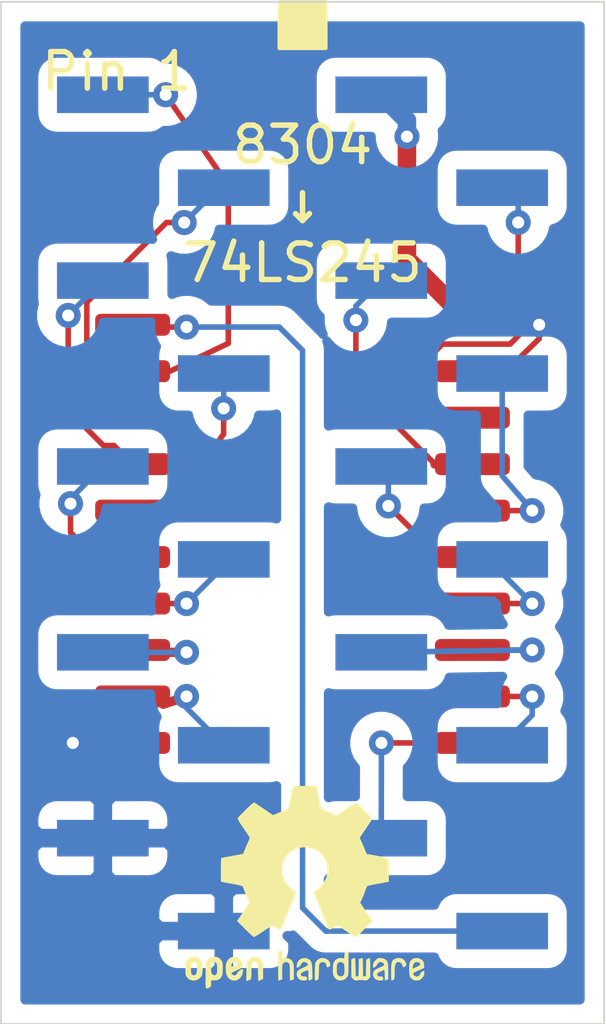
<source format=kicad_pcb>
(kicad_pcb (version 20171130) (host pcbnew 5.1.7)

  (general
    (thickness 1.6)
    (drawings 7)
    (tracks 110)
    (zones 0)
    (modules 4)
    (nets 20)
  )

  (page A4)
  (layers
    (0 F.Cu signal)
    (31 B.Cu signal)
    (36 B.SilkS user)
    (37 F.SilkS user)
    (38 B.Mask user)
    (39 F.Mask user)
    (44 Edge.Cuts user)
    (45 Margin user)
    (46 B.CrtYd user)
    (47 F.CrtYd user)
  )

  (setup
    (last_trace_width 0.1524)
    (user_trace_width 0.1778)
    (user_trace_width 0.254)
    (user_trace_width 0.3048)
    (user_trace_width 0.508)
    (trace_clearance 0.1524)
    (zone_clearance 0.508)
    (zone_45_only no)
    (trace_min 0.1524)
    (via_size 0.6858)
    (via_drill 0.3302)
    (via_min_size 0.508)
    (via_min_drill 0.254)
    (uvia_size 0.6858)
    (uvia_drill 0.3302)
    (uvias_allowed no)
    (uvia_min_size 0.2)
    (uvia_min_drill 0.1)
    (edge_width 0.05)
    (segment_width 0.2)
    (pcb_text_width 0.3)
    (pcb_text_size 1.5 1.5)
    (mod_edge_width 0.12)
    (mod_text_size 1 1)
    (mod_text_width 0.15)
    (pad_size 1.524 1.524)
    (pad_drill 0.762)
    (pad_to_mask_clearance 0.0508)
    (solder_mask_min_width 0.101)
    (aux_axis_origin 0 0)
    (grid_origin 52.07 27.94)
    (visible_elements FFFFFF7F)
    (pcbplotparams
      (layerselection 0x010fc_ffffffff)
      (usegerberextensions false)
      (usegerberattributes true)
      (usegerberadvancedattributes true)
      (creategerberjobfile true)
      (excludeedgelayer true)
      (linewidth 0.100000)
      (plotframeref false)
      (viasonmask false)
      (mode 1)
      (useauxorigin false)
      (hpglpennumber 1)
      (hpglpenspeed 20)
      (hpglpendiameter 15.000000)
      (psnegative false)
      (psa4output false)
      (plotreference true)
      (plotvalue true)
      (plotinvisibletext false)
      (padsonsilk false)
      (subtractmaskfromsilk false)
      (outputformat 1)
      (mirror false)
      (drillshape 1)
      (scaleselection 1)
      (outputdirectory ""))
  )

  (net 0 "")
  (net 1 A0)
  (net 2 DIR)
  (net 3 A1)
  (net 4 D7)
  (net 5 A2)
  (net 6 D6)
  (net 7 A3)
  (net 8 D5)
  (net 9 A4)
  (net 10 D4)
  (net 11 A5)
  (net 12 D3)
  (net 13 A6)
  (net 14 D2)
  (net 15 A7)
  (net 16 D1)
  (net 17 D0)
  (net 18 GND)
  (net 19 +5V)

  (net_class Default "This is the default net class."
    (clearance 0.1524)
    (trace_width 0.1524)
    (via_dia 0.6858)
    (via_drill 0.3302)
    (uvia_dia 0.6858)
    (uvia_drill 0.3302)
    (add_net +5V)
    (add_net A0)
    (add_net A1)
    (add_net A2)
    (add_net A3)
    (add_net A4)
    (add_net A5)
    (add_net A6)
    (add_net A7)
    (add_net D0)
    (add_net D1)
    (add_net D2)
    (add_net D3)
    (add_net D4)
    (add_net D5)
    (add_net D6)
    (add_net D7)
    (add_net DIR)
    (add_net GND)
  )

  (module Symbol:OSHW-Logo2_7.3x6mm_SilkScreen (layer F.Cu) (tedit 0) (tstamp 5F8CF8A1)
    (at 48.9585 40.0685)
    (descr "Open Source Hardware Symbol")
    (tags "Logo Symbol OSHW")
    (attr virtual)
    (fp_text reference REF** (at 0 0) (layer F.SilkS) hide
      (effects (font (size 1 1) (thickness 0.15)))
    )
    (fp_text value OSHW-Logo2_7.3x6mm_SilkScreen (at 0.75 0) (layer F.Fab) hide
      (effects (font (size 1 1) (thickness 0.15)))
    )
    (fp_poly (pts (xy -2.400256 1.919918) (xy -2.344799 1.947568) (xy -2.295852 1.99848) (xy -2.282371 2.017338)
      (xy -2.267686 2.042015) (xy -2.258158 2.068816) (xy -2.252707 2.104587) (xy -2.250253 2.156169)
      (xy -2.249714 2.224267) (xy -2.252148 2.317588) (xy -2.260606 2.387657) (xy -2.276826 2.439931)
      (xy -2.302546 2.479869) (xy -2.339503 2.512929) (xy -2.342218 2.514886) (xy -2.37864 2.534908)
      (xy -2.422498 2.544815) (xy -2.478276 2.547257) (xy -2.568952 2.547257) (xy -2.56899 2.635283)
      (xy -2.569834 2.684308) (xy -2.574976 2.713065) (xy -2.588413 2.730311) (xy -2.614142 2.744808)
      (xy -2.620321 2.747769) (xy -2.649236 2.761648) (xy -2.671624 2.770414) (xy -2.688271 2.771171)
      (xy -2.699964 2.761023) (xy -2.70749 2.737073) (xy -2.711634 2.696426) (xy -2.713185 2.636186)
      (xy -2.712929 2.553455) (xy -2.711651 2.445339) (xy -2.711252 2.413) (xy -2.709815 2.301524)
      (xy -2.708528 2.228603) (xy -2.569029 2.228603) (xy -2.568245 2.290499) (xy -2.56476 2.330997)
      (xy -2.556876 2.357708) (xy -2.542895 2.378244) (xy -2.533403 2.38826) (xy -2.494596 2.417567)
      (xy -2.460237 2.419952) (xy -2.424784 2.39575) (xy -2.423886 2.394857) (xy -2.409461 2.376153)
      (xy -2.400687 2.350732) (xy -2.396261 2.311584) (xy -2.394882 2.251697) (xy -2.394857 2.23843)
      (xy -2.398188 2.155901) (xy -2.409031 2.098691) (xy -2.42866 2.063766) (xy -2.45835 2.048094)
      (xy -2.475509 2.046514) (xy -2.516234 2.053926) (xy -2.544168 2.07833) (xy -2.560983 2.12298)
      (xy -2.56835 2.19113) (xy -2.569029 2.228603) (xy -2.708528 2.228603) (xy -2.708292 2.215245)
      (xy -2.706323 2.150333) (xy -2.70355 2.102958) (xy -2.699612 2.06929) (xy -2.694151 2.045498)
      (xy -2.686808 2.027753) (xy -2.677223 2.012224) (xy -2.673113 2.006381) (xy -2.618595 1.951185)
      (xy -2.549664 1.91989) (xy -2.469928 1.911165) (xy -2.400256 1.919918)) (layer F.SilkS) (width 0.01))
    (fp_poly (pts (xy -1.283907 1.92778) (xy -1.237328 1.954723) (xy -1.204943 1.981466) (xy -1.181258 2.009484)
      (xy -1.164941 2.043748) (xy -1.154661 2.089227) (xy -1.149086 2.150892) (xy -1.146884 2.233711)
      (xy -1.146629 2.293246) (xy -1.146629 2.512391) (xy -1.208314 2.540044) (xy -1.27 2.567697)
      (xy -1.277257 2.32767) (xy -1.280256 2.238028) (xy -1.283402 2.172962) (xy -1.287299 2.128026)
      (xy -1.292553 2.09877) (xy -1.299769 2.080748) (xy -1.30955 2.069511) (xy -1.312688 2.067079)
      (xy -1.360239 2.048083) (xy -1.408303 2.0556) (xy -1.436914 2.075543) (xy -1.448553 2.089675)
      (xy -1.456609 2.10822) (xy -1.461729 2.136334) (xy -1.464559 2.179173) (xy -1.465744 2.241895)
      (xy -1.465943 2.307261) (xy -1.465982 2.389268) (xy -1.467386 2.447316) (xy -1.472086 2.486465)
      (xy -1.482013 2.51178) (xy -1.499097 2.528323) (xy -1.525268 2.541156) (xy -1.560225 2.554491)
      (xy -1.598404 2.569007) (xy -1.593859 2.311389) (xy -1.592029 2.218519) (xy -1.589888 2.149889)
      (xy -1.586819 2.100711) (xy -1.582206 2.066198) (xy -1.575432 2.041562) (xy -1.565881 2.022016)
      (xy -1.554366 2.00477) (xy -1.49881 1.94968) (xy -1.43102 1.917822) (xy -1.357287 1.910191)
      (xy -1.283907 1.92778)) (layer F.SilkS) (width 0.01))
    (fp_poly (pts (xy -2.958885 1.921962) (xy -2.890855 1.957733) (xy -2.840649 2.015301) (xy -2.822815 2.052312)
      (xy -2.808937 2.107882) (xy -2.801833 2.178096) (xy -2.80116 2.254727) (xy -2.806573 2.329552)
      (xy -2.81773 2.394342) (xy -2.834286 2.440873) (xy -2.839374 2.448887) (xy -2.899645 2.508707)
      (xy -2.971231 2.544535) (xy -3.048908 2.55502) (xy -3.127452 2.53881) (xy -3.149311 2.529092)
      (xy -3.191878 2.499143) (xy -3.229237 2.459433) (xy -3.232768 2.454397) (xy -3.247119 2.430124)
      (xy -3.256606 2.404178) (xy -3.26221 2.370022) (xy -3.264914 2.321119) (xy -3.265701 2.250935)
      (xy -3.265714 2.2352) (xy -3.265678 2.230192) (xy -3.120571 2.230192) (xy -3.119727 2.29643)
      (xy -3.116404 2.340386) (xy -3.109417 2.368779) (xy -3.097584 2.388325) (xy -3.091543 2.394857)
      (xy -3.056814 2.41968) (xy -3.023097 2.418548) (xy -2.989005 2.397016) (xy -2.968671 2.374029)
      (xy -2.956629 2.340478) (xy -2.949866 2.287569) (xy -2.949402 2.281399) (xy -2.948248 2.185513)
      (xy -2.960312 2.114299) (xy -2.98543 2.068194) (xy -3.02344 2.047635) (xy -3.037008 2.046514)
      (xy -3.072636 2.052152) (xy -3.097006 2.071686) (xy -3.111907 2.109042) (xy -3.119125 2.16815)
      (xy -3.120571 2.230192) (xy -3.265678 2.230192) (xy -3.265174 2.160413) (xy -3.262904 2.108159)
      (xy -3.257932 2.071949) (xy -3.249287 2.045299) (xy -3.235995 2.021722) (xy -3.233057 2.017338)
      (xy -3.183687 1.958249) (xy -3.129891 1.923947) (xy -3.064398 1.910331) (xy -3.042158 1.909665)
      (xy -2.958885 1.921962)) (layer F.SilkS) (width 0.01))
    (fp_poly (pts (xy -1.831697 1.931239) (xy -1.774473 1.969735) (xy -1.730251 2.025335) (xy -1.703833 2.096086)
      (xy -1.69849 2.148162) (xy -1.699097 2.169893) (xy -1.704178 2.186531) (xy -1.718145 2.201437)
      (xy -1.745411 2.217973) (xy -1.790388 2.239498) (xy -1.857489 2.269374) (xy -1.857829 2.269524)
      (xy -1.919593 2.297813) (xy -1.970241 2.322933) (xy -2.004596 2.342179) (xy -2.017482 2.352848)
      (xy -2.017486 2.352934) (xy -2.006128 2.376166) (xy -1.979569 2.401774) (xy -1.949077 2.420221)
      (xy -1.93363 2.423886) (xy -1.891485 2.411212) (xy -1.855192 2.379471) (xy -1.837483 2.344572)
      (xy -1.820448 2.318845) (xy -1.787078 2.289546) (xy -1.747851 2.264235) (xy -1.713244 2.250471)
      (xy -1.706007 2.249714) (xy -1.697861 2.26216) (xy -1.69737 2.293972) (xy -1.703357 2.336866)
      (xy -1.714643 2.382558) (xy -1.73005 2.422761) (xy -1.730829 2.424322) (xy -1.777196 2.489062)
      (xy -1.837289 2.533097) (xy -1.905535 2.554711) (xy -1.976362 2.552185) (xy -2.044196 2.523804)
      (xy -2.047212 2.521808) (xy -2.100573 2.473448) (xy -2.13566 2.410352) (xy -2.155078 2.327387)
      (xy -2.157684 2.304078) (xy -2.162299 2.194055) (xy -2.156767 2.142748) (xy -2.017486 2.142748)
      (xy -2.015676 2.174753) (xy -2.005778 2.184093) (xy -1.981102 2.177105) (xy -1.942205 2.160587)
      (xy -1.898725 2.139881) (xy -1.897644 2.139333) (xy -1.860791 2.119949) (xy -1.846 2.107013)
      (xy -1.849647 2.093451) (xy -1.865005 2.075632) (xy -1.904077 2.049845) (xy -1.946154 2.04795)
      (xy -1.983897 2.066717) (xy -2.009966 2.102915) (xy -2.017486 2.142748) (xy -2.156767 2.142748)
      (xy -2.152806 2.106027) (xy -2.12845 2.036212) (xy -2.094544 1.987302) (xy -2.033347 1.937878)
      (xy -1.965937 1.913359) (xy -1.89712 1.911797) (xy -1.831697 1.931239)) (layer F.SilkS) (width 0.01))
    (fp_poly (pts (xy -0.624114 1.851289) (xy -0.619861 1.910613) (xy -0.614975 1.945572) (xy -0.608205 1.96082)
      (xy -0.598298 1.961015) (xy -0.595086 1.959195) (xy -0.552356 1.946015) (xy -0.496773 1.946785)
      (xy -0.440263 1.960333) (xy -0.404918 1.977861) (xy -0.368679 2.005861) (xy -0.342187 2.037549)
      (xy -0.324001 2.077813) (xy -0.312678 2.131543) (xy -0.306778 2.203626) (xy -0.304857 2.298951)
      (xy -0.304823 2.317237) (xy -0.3048 2.522646) (xy -0.350509 2.53858) (xy -0.382973 2.54942)
      (xy -0.400785 2.554468) (xy -0.401309 2.554514) (xy -0.403063 2.540828) (xy -0.404556 2.503076)
      (xy -0.405674 2.446224) (xy -0.406303 2.375234) (xy -0.4064 2.332073) (xy -0.406602 2.246973)
      (xy -0.407642 2.185981) (xy -0.410169 2.144177) (xy -0.414836 2.116642) (xy -0.422293 2.098456)
      (xy -0.433189 2.084698) (xy -0.439993 2.078073) (xy -0.486728 2.051375) (xy -0.537728 2.049375)
      (xy -0.583999 2.071955) (xy -0.592556 2.080107) (xy -0.605107 2.095436) (xy -0.613812 2.113618)
      (xy -0.619369 2.139909) (xy -0.622474 2.179562) (xy -0.623824 2.237832) (xy -0.624114 2.318173)
      (xy -0.624114 2.522646) (xy -0.669823 2.53858) (xy -0.702287 2.54942) (xy -0.720099 2.554468)
      (xy -0.720623 2.554514) (xy -0.721963 2.540623) (xy -0.723172 2.501439) (xy -0.724199 2.4407)
      (xy -0.724998 2.362141) (xy -0.725519 2.269498) (xy -0.725714 2.166509) (xy -0.725714 1.769342)
      (xy -0.678543 1.749444) (xy -0.631371 1.729547) (xy -0.624114 1.851289)) (layer F.SilkS) (width 0.01))
    (fp_poly (pts (xy 0.039744 1.950968) (xy 0.096616 1.972087) (xy 0.097267 1.972493) (xy 0.13244 1.99838)
      (xy 0.158407 2.028633) (xy 0.17667 2.068058) (xy 0.188732 2.121462) (xy 0.196096 2.193651)
      (xy 0.200264 2.289432) (xy 0.200629 2.303078) (xy 0.205876 2.508842) (xy 0.161716 2.531678)
      (xy 0.129763 2.54711) (xy 0.11047 2.554423) (xy 0.109578 2.554514) (xy 0.106239 2.541022)
      (xy 0.103587 2.504626) (xy 0.101956 2.451452) (xy 0.1016 2.408393) (xy 0.101592 2.338641)
      (xy 0.098403 2.294837) (xy 0.087288 2.273944) (xy 0.063501 2.272925) (xy 0.022296 2.288741)
      (xy -0.039914 2.317815) (xy -0.085659 2.341963) (xy -0.109187 2.362913) (xy -0.116104 2.385747)
      (xy -0.116114 2.386877) (xy -0.104701 2.426212) (xy -0.070908 2.447462) (xy -0.019191 2.450539)
      (xy 0.018061 2.450006) (xy 0.037703 2.460735) (xy 0.049952 2.486505) (xy 0.057002 2.519337)
      (xy 0.046842 2.537966) (xy 0.043017 2.540632) (xy 0.007001 2.55134) (xy -0.043434 2.552856)
      (xy -0.095374 2.545759) (xy -0.132178 2.532788) (xy -0.183062 2.489585) (xy -0.211986 2.429446)
      (xy -0.217714 2.382462) (xy -0.213343 2.340082) (xy -0.197525 2.305488) (xy -0.166203 2.274763)
      (xy -0.115322 2.24399) (xy -0.040824 2.209252) (xy -0.036286 2.207288) (xy 0.030821 2.176287)
      (xy 0.072232 2.150862) (xy 0.089981 2.128014) (xy 0.086107 2.104745) (xy 0.062643 2.078056)
      (xy 0.055627 2.071914) (xy 0.00863 2.0481) (xy -0.040067 2.049103) (xy -0.082478 2.072451)
      (xy -0.110616 2.115675) (xy -0.113231 2.12416) (xy -0.138692 2.165308) (xy -0.170999 2.185128)
      (xy -0.217714 2.20477) (xy -0.217714 2.15395) (xy -0.203504 2.080082) (xy -0.161325 2.012327)
      (xy -0.139376 1.989661) (xy -0.089483 1.960569) (xy -0.026033 1.9474) (xy 0.039744 1.950968)) (layer F.SilkS) (width 0.01))
    (fp_poly (pts (xy 0.529926 1.949755) (xy 0.595858 1.974084) (xy 0.649273 2.017117) (xy 0.670164 2.047409)
      (xy 0.692939 2.102994) (xy 0.692466 2.143186) (xy 0.668562 2.170217) (xy 0.659717 2.174813)
      (xy 0.62153 2.189144) (xy 0.602028 2.185472) (xy 0.595422 2.161407) (xy 0.595086 2.148114)
      (xy 0.582992 2.09921) (xy 0.551471 2.064999) (xy 0.507659 2.048476) (xy 0.458695 2.052634)
      (xy 0.418894 2.074227) (xy 0.40545 2.086544) (xy 0.395921 2.101487) (xy 0.389485 2.124075)
      (xy 0.385317 2.159328) (xy 0.382597 2.212266) (xy 0.380502 2.287907) (xy 0.37996 2.311857)
      (xy 0.377981 2.39379) (xy 0.375731 2.451455) (xy 0.372357 2.489608) (xy 0.367006 2.513004)
      (xy 0.358824 2.526398) (xy 0.346959 2.534545) (xy 0.339362 2.538144) (xy 0.307102 2.550452)
      (xy 0.288111 2.554514) (xy 0.281836 2.540948) (xy 0.278006 2.499934) (xy 0.2766 2.430999)
      (xy 0.277598 2.333669) (xy 0.277908 2.318657) (xy 0.280101 2.229859) (xy 0.282693 2.165019)
      (xy 0.286382 2.119067) (xy 0.291864 2.086935) (xy 0.299835 2.063553) (xy 0.310993 2.043852)
      (xy 0.31683 2.03541) (xy 0.350296 1.998057) (xy 0.387727 1.969003) (xy 0.392309 1.966467)
      (xy 0.459426 1.946443) (xy 0.529926 1.949755)) (layer F.SilkS) (width 0.01))
    (fp_poly (pts (xy 1.190117 2.065358) (xy 1.189933 2.173837) (xy 1.189219 2.257287) (xy 1.187675 2.319704)
      (xy 1.185001 2.365085) (xy 1.180894 2.397429) (xy 1.175055 2.420733) (xy 1.167182 2.438995)
      (xy 1.161221 2.449418) (xy 1.111855 2.505945) (xy 1.049264 2.541377) (xy 0.980013 2.55409)
      (xy 0.910668 2.542463) (xy 0.869375 2.521568) (xy 0.826025 2.485422) (xy 0.796481 2.441276)
      (xy 0.778655 2.383462) (xy 0.770463 2.306313) (xy 0.769302 2.249714) (xy 0.769458 2.245647)
      (xy 0.870857 2.245647) (xy 0.871476 2.31055) (xy 0.874314 2.353514) (xy 0.88084 2.381622)
      (xy 0.892523 2.401953) (xy 0.906483 2.417288) (xy 0.953365 2.44689) (xy 1.003701 2.449419)
      (xy 1.051276 2.424705) (xy 1.054979 2.421356) (xy 1.070783 2.403935) (xy 1.080693 2.383209)
      (xy 1.086058 2.352362) (xy 1.088228 2.304577) (xy 1.088571 2.251748) (xy 1.087827 2.185381)
      (xy 1.084748 2.141106) (xy 1.078061 2.112009) (xy 1.066496 2.091173) (xy 1.057013 2.080107)
      (xy 1.01296 2.052198) (xy 0.962224 2.048843) (xy 0.913796 2.070159) (xy 0.90445 2.078073)
      (xy 0.88854 2.095647) (xy 0.87861 2.116587) (xy 0.873278 2.147782) (xy 0.871163 2.196122)
      (xy 0.870857 2.245647) (xy 0.769458 2.245647) (xy 0.77281 2.158568) (xy 0.784726 2.090086)
      (xy 0.807135 2.0386) (xy 0.842124 1.998443) (xy 0.869375 1.977861) (xy 0.918907 1.955625)
      (xy 0.976316 1.945304) (xy 1.029682 1.948067) (xy 1.059543 1.959212) (xy 1.071261 1.962383)
      (xy 1.079037 1.950557) (xy 1.084465 1.918866) (xy 1.088571 1.870593) (xy 1.093067 1.816829)
      (xy 1.099313 1.784482) (xy 1.110676 1.765985) (xy 1.130528 1.75377) (xy 1.143 1.748362)
      (xy 1.190171 1.728601) (xy 1.190117 2.065358)) (layer F.SilkS) (width 0.01))
    (fp_poly (pts (xy 1.779833 1.958663) (xy 1.782048 1.99685) (xy 1.783784 2.054886) (xy 1.784899 2.12818)
      (xy 1.785257 2.205055) (xy 1.785257 2.465196) (xy 1.739326 2.511127) (xy 1.707675 2.539429)
      (xy 1.67989 2.550893) (xy 1.641915 2.550168) (xy 1.62684 2.548321) (xy 1.579726 2.542948)
      (xy 1.540756 2.539869) (xy 1.531257 2.539585) (xy 1.499233 2.541445) (xy 1.453432 2.546114)
      (xy 1.435674 2.548321) (xy 1.392057 2.551735) (xy 1.362745 2.54432) (xy 1.33368 2.521427)
      (xy 1.323188 2.511127) (xy 1.277257 2.465196) (xy 1.277257 1.978602) (xy 1.314226 1.961758)
      (xy 1.346059 1.949282) (xy 1.364683 1.944914) (xy 1.369458 1.958718) (xy 1.373921 1.997286)
      (xy 1.377775 2.056356) (xy 1.380722 2.131663) (xy 1.382143 2.195286) (xy 1.386114 2.445657)
      (xy 1.420759 2.450556) (xy 1.452268 2.447131) (xy 1.467708 2.436041) (xy 1.472023 2.415308)
      (xy 1.475708 2.371145) (xy 1.478469 2.309146) (xy 1.480012 2.234909) (xy 1.480235 2.196706)
      (xy 1.480457 1.976783) (xy 1.526166 1.960849) (xy 1.558518 1.950015) (xy 1.576115 1.944962)
      (xy 1.576623 1.944914) (xy 1.578388 1.958648) (xy 1.580329 1.99673) (xy 1.582282 2.054482)
      (xy 1.584084 2.127227) (xy 1.585343 2.195286) (xy 1.589314 2.445657) (xy 1.6764 2.445657)
      (xy 1.680396 2.21724) (xy 1.684392 1.988822) (xy 1.726847 1.966868) (xy 1.758192 1.951793)
      (xy 1.776744 1.944951) (xy 1.777279 1.944914) (xy 1.779833 1.958663)) (layer F.SilkS) (width 0.01))
    (fp_poly (pts (xy 2.144876 1.956335) (xy 2.186667 1.975344) (xy 2.219469 1.998378) (xy 2.243503 2.024133)
      (xy 2.260097 2.057358) (xy 2.270577 2.1028) (xy 2.276271 2.165207) (xy 2.278507 2.249327)
      (xy 2.278743 2.304721) (xy 2.278743 2.520826) (xy 2.241774 2.53767) (xy 2.212656 2.549981)
      (xy 2.198231 2.554514) (xy 2.195472 2.541025) (xy 2.193282 2.504653) (xy 2.191942 2.451542)
      (xy 2.191657 2.409372) (xy 2.190434 2.348447) (xy 2.187136 2.300115) (xy 2.182321 2.270518)
      (xy 2.178496 2.264229) (xy 2.152783 2.270652) (xy 2.112418 2.287125) (xy 2.065679 2.309458)
      (xy 2.020845 2.333457) (xy 1.986193 2.35493) (xy 1.970002 2.369685) (xy 1.969938 2.369845)
      (xy 1.97133 2.397152) (xy 1.983818 2.423219) (xy 2.005743 2.444392) (xy 2.037743 2.451474)
      (xy 2.065092 2.450649) (xy 2.103826 2.450042) (xy 2.124158 2.459116) (xy 2.136369 2.483092)
      (xy 2.137909 2.487613) (xy 2.143203 2.521806) (xy 2.129047 2.542568) (xy 2.092148 2.552462)
      (xy 2.052289 2.554292) (xy 1.980562 2.540727) (xy 1.943432 2.521355) (xy 1.897576 2.475845)
      (xy 1.873256 2.419983) (xy 1.871073 2.360957) (xy 1.891629 2.305953) (xy 1.922549 2.271486)
      (xy 1.95342 2.252189) (xy 2.001942 2.227759) (xy 2.058485 2.202985) (xy 2.06791 2.199199)
      (xy 2.130019 2.171791) (xy 2.165822 2.147634) (xy 2.177337 2.123619) (xy 2.16658 2.096635)
      (xy 2.148114 2.075543) (xy 2.104469 2.049572) (xy 2.056446 2.047624) (xy 2.012406 2.067637)
      (xy 1.980709 2.107551) (xy 1.976549 2.117848) (xy 1.952327 2.155724) (xy 1.916965 2.183842)
      (xy 1.872343 2.206917) (xy 1.872343 2.141485) (xy 1.874969 2.101506) (xy 1.88623 2.069997)
      (xy 1.911199 2.036378) (xy 1.935169 2.010484) (xy 1.972441 1.973817) (xy 2.001401 1.954121)
      (xy 2.032505 1.94622) (xy 2.067713 1.944914) (xy 2.144876 1.956335)) (layer F.SilkS) (width 0.01))
    (fp_poly (pts (xy 2.6526 1.958752) (xy 2.669948 1.966334) (xy 2.711356 1.999128) (xy 2.746765 2.046547)
      (xy 2.768664 2.097151) (xy 2.772229 2.122098) (xy 2.760279 2.156927) (xy 2.734067 2.175357)
      (xy 2.705964 2.186516) (xy 2.693095 2.188572) (xy 2.686829 2.173649) (xy 2.674456 2.141175)
      (xy 2.669028 2.126502) (xy 2.63859 2.075744) (xy 2.59452 2.050427) (xy 2.53801 2.051206)
      (xy 2.533825 2.052203) (xy 2.503655 2.066507) (xy 2.481476 2.094393) (xy 2.466327 2.139287)
      (xy 2.45725 2.204615) (xy 2.453286 2.293804) (xy 2.452914 2.341261) (xy 2.45273 2.416071)
      (xy 2.451522 2.467069) (xy 2.448309 2.499471) (xy 2.442109 2.518495) (xy 2.43194 2.529356)
      (xy 2.416819 2.537272) (xy 2.415946 2.53767) (xy 2.386828 2.549981) (xy 2.372403 2.554514)
      (xy 2.370186 2.540809) (xy 2.368289 2.502925) (xy 2.366847 2.445715) (xy 2.365998 2.374027)
      (xy 2.365829 2.321565) (xy 2.366692 2.220047) (xy 2.37007 2.143032) (xy 2.377142 2.086023)
      (xy 2.389088 2.044526) (xy 2.40709 2.014043) (xy 2.432327 1.99008) (xy 2.457247 1.973355)
      (xy 2.517171 1.951097) (xy 2.586911 1.946076) (xy 2.6526 1.958752)) (layer F.SilkS) (width 0.01))
    (fp_poly (pts (xy 3.153595 1.966966) (xy 3.211021 2.004497) (xy 3.238719 2.038096) (xy 3.260662 2.099064)
      (xy 3.262405 2.147308) (xy 3.258457 2.211816) (xy 3.109686 2.276934) (xy 3.037349 2.310202)
      (xy 2.990084 2.336964) (xy 2.965507 2.360144) (xy 2.961237 2.382667) (xy 2.974889 2.407455)
      (xy 2.989943 2.423886) (xy 3.033746 2.450235) (xy 3.081389 2.452081) (xy 3.125145 2.431546)
      (xy 3.157289 2.390752) (xy 3.163038 2.376347) (xy 3.190576 2.331356) (xy 3.222258 2.312182)
      (xy 3.265714 2.295779) (xy 3.265714 2.357966) (xy 3.261872 2.400283) (xy 3.246823 2.435969)
      (xy 3.21528 2.476943) (xy 3.210592 2.482267) (xy 3.175506 2.51872) (xy 3.145347 2.538283)
      (xy 3.107615 2.547283) (xy 3.076335 2.55023) (xy 3.020385 2.550965) (xy 2.980555 2.54166)
      (xy 2.955708 2.527846) (xy 2.916656 2.497467) (xy 2.889625 2.464613) (xy 2.872517 2.423294)
      (xy 2.863238 2.367521) (xy 2.859693 2.291305) (xy 2.85941 2.252622) (xy 2.860372 2.206247)
      (xy 2.948007 2.206247) (xy 2.949023 2.231126) (xy 2.951556 2.2352) (xy 2.968274 2.229665)
      (xy 3.004249 2.215017) (xy 3.052331 2.19419) (xy 3.062386 2.189714) (xy 3.123152 2.158814)
      (xy 3.156632 2.131657) (xy 3.16399 2.10622) (xy 3.146391 2.080481) (xy 3.131856 2.069109)
      (xy 3.07941 2.046364) (xy 3.030322 2.050122) (xy 2.989227 2.077884) (xy 2.960758 2.127152)
      (xy 2.951631 2.166257) (xy 2.948007 2.206247) (xy 2.860372 2.206247) (xy 2.861285 2.162249)
      (xy 2.868196 2.095384) (xy 2.881884 2.046695) (xy 2.904096 2.010849) (xy 2.936574 1.982513)
      (xy 2.950733 1.973355) (xy 3.015053 1.949507) (xy 3.085473 1.948006) (xy 3.153595 1.966966)) (layer F.SilkS) (width 0.01))
    (fp_poly (pts (xy 0.10391 -2.757652) (xy 0.182454 -2.757222) (xy 0.239298 -2.756058) (xy 0.278105 -2.753793)
      (xy 0.302538 -2.75006) (xy 0.316262 -2.744494) (xy 0.32294 -2.736727) (xy 0.326236 -2.726395)
      (xy 0.326556 -2.725057) (xy 0.331562 -2.700921) (xy 0.340829 -2.653299) (xy 0.353392 -2.587259)
      (xy 0.368287 -2.507872) (xy 0.384551 -2.420204) (xy 0.385119 -2.417125) (xy 0.40141 -2.331211)
      (xy 0.416652 -2.255304) (xy 0.429861 -2.193955) (xy 0.440054 -2.151718) (xy 0.446248 -2.133145)
      (xy 0.446543 -2.132816) (xy 0.464788 -2.123747) (xy 0.502405 -2.108633) (xy 0.551271 -2.090738)
      (xy 0.551543 -2.090642) (xy 0.613093 -2.067507) (xy 0.685657 -2.038035) (xy 0.754057 -2.008403)
      (xy 0.757294 -2.006938) (xy 0.868702 -1.956374) (xy 1.115399 -2.12484) (xy 1.191077 -2.176197)
      (xy 1.259631 -2.222111) (xy 1.317088 -2.25997) (xy 1.359476 -2.287163) (xy 1.382825 -2.301079)
      (xy 1.385042 -2.302111) (xy 1.40201 -2.297516) (xy 1.433701 -2.275345) (xy 1.481352 -2.234553)
      (xy 1.546198 -2.174095) (xy 1.612397 -2.109773) (xy 1.676214 -2.046388) (xy 1.733329 -1.988549)
      (xy 1.780305 -1.939825) (xy 1.813703 -1.90379) (xy 1.830085 -1.884016) (xy 1.830694 -1.882998)
      (xy 1.832505 -1.869428) (xy 1.825683 -1.847267) (xy 1.80854 -1.813522) (xy 1.779393 -1.7652)
      (xy 1.736555 -1.699308) (xy 1.679448 -1.614483) (xy 1.628766 -1.539823) (xy 1.583461 -1.47286)
      (xy 1.54615 -1.417484) (xy 1.519452 -1.37758) (xy 1.505985 -1.357038) (xy 1.505137 -1.355644)
      (xy 1.506781 -1.335962) (xy 1.519245 -1.297707) (xy 1.540048 -1.248111) (xy 1.547462 -1.232272)
      (xy 1.579814 -1.16171) (xy 1.614328 -1.081647) (xy 1.642365 -1.012371) (xy 1.662568 -0.960955)
      (xy 1.678615 -0.921881) (xy 1.687888 -0.901459) (xy 1.689041 -0.899886) (xy 1.706096 -0.897279)
      (xy 1.746298 -0.890137) (xy 1.804302 -0.879477) (xy 1.874763 -0.866315) (xy 1.952335 -0.851667)
      (xy 2.031672 -0.836551) (xy 2.107431 -0.821982) (xy 2.174264 -0.808978) (xy 2.226828 -0.798555)
      (xy 2.259776 -0.79173) (xy 2.267857 -0.789801) (xy 2.276205 -0.785038) (xy 2.282506 -0.774282)
      (xy 2.287045 -0.753902) (xy 2.290104 -0.720266) (xy 2.291967 -0.669745) (xy 2.292918 -0.598708)
      (xy 2.29324 -0.503524) (xy 2.293257 -0.464508) (xy 2.293257 -0.147201) (xy 2.217057 -0.132161)
      (xy 2.174663 -0.124005) (xy 2.1114 -0.112101) (xy 2.034962 -0.097884) (xy 1.953043 -0.08279)
      (xy 1.9304 -0.078645) (xy 1.854806 -0.063947) (xy 1.788953 -0.049495) (xy 1.738366 -0.036625)
      (xy 1.708574 -0.026678) (xy 1.703612 -0.023713) (xy 1.691426 -0.002717) (xy 1.673953 0.037967)
      (xy 1.654577 0.090322) (xy 1.650734 0.1016) (xy 1.625339 0.171523) (xy 1.593817 0.250418)
      (xy 1.562969 0.321266) (xy 1.562817 0.321595) (xy 1.511447 0.432733) (xy 1.680399 0.681253)
      (xy 1.849352 0.929772) (xy 1.632429 1.147058) (xy 1.566819 1.211726) (xy 1.506979 1.268733)
      (xy 1.456267 1.315033) (xy 1.418046 1.347584) (xy 1.395675 1.363343) (xy 1.392466 1.364343)
      (xy 1.373626 1.356469) (xy 1.33518 1.334578) (xy 1.28133 1.301267) (xy 1.216276 1.259131)
      (xy 1.14594 1.211943) (xy 1.074555 1.16381) (xy 1.010908 1.121928) (xy 0.959041 1.088871)
      (xy 0.922995 1.067218) (xy 0.906867 1.059543) (xy 0.887189 1.066037) (xy 0.849875 1.08315)
      (xy 0.802621 1.107326) (xy 0.797612 1.110013) (xy 0.733977 1.141927) (xy 0.690341 1.157579)
      (xy 0.663202 1.157745) (xy 0.649057 1.143204) (xy 0.648975 1.143) (xy 0.641905 1.125779)
      (xy 0.625042 1.084899) (xy 0.599695 1.023525) (xy 0.567171 0.944819) (xy 0.528778 0.851947)
      (xy 0.485822 0.748072) (xy 0.444222 0.647502) (xy 0.398504 0.536516) (xy 0.356526 0.433703)
      (xy 0.319548 0.342215) (xy 0.288827 0.265201) (xy 0.265622 0.205815) (xy 0.25119 0.167209)
      (xy 0.246743 0.1528) (xy 0.257896 0.136272) (xy 0.287069 0.10993) (xy 0.325971 0.080887)
      (xy 0.436757 -0.010961) (xy 0.523351 -0.116241) (xy 0.584716 -0.232734) (xy 0.619815 -0.358224)
      (xy 0.627608 -0.490493) (xy 0.621943 -0.551543) (xy 0.591078 -0.678205) (xy 0.53792 -0.790059)
      (xy 0.465767 -0.885999) (xy 0.377917 -0.964924) (xy 0.277665 -1.02573) (xy 0.16831 -1.067313)
      (xy 0.053147 -1.088572) (xy -0.064525 -1.088401) (xy -0.18141 -1.065699) (xy -0.294211 -1.019362)
      (xy -0.399631 -0.948287) (xy -0.443632 -0.908089) (xy -0.528021 -0.804871) (xy -0.586778 -0.692075)
      (xy -0.620296 -0.57299) (xy -0.628965 -0.450905) (xy -0.613177 -0.329107) (xy -0.573322 -0.210884)
      (xy -0.509793 -0.099525) (xy -0.422979 0.001684) (xy -0.325971 0.080887) (xy -0.285563 0.111162)
      (xy -0.257018 0.137219) (xy -0.246743 0.152825) (xy -0.252123 0.169843) (xy -0.267425 0.2105)
      (xy -0.291388 0.271642) (xy -0.322756 0.350119) (xy -0.360268 0.44278) (xy -0.402667 0.546472)
      (xy -0.444337 0.647526) (xy -0.49031 0.758607) (xy -0.532893 0.861541) (xy -0.570779 0.953165)
      (xy -0.60266 1.030316) (xy -0.627229 1.089831) (xy -0.64318 1.128544) (xy -0.64909 1.143)
      (xy -0.663052 1.157685) (xy -0.69006 1.157642) (xy -0.733587 1.142099) (xy -0.79711 1.110284)
      (xy -0.797612 1.110013) (xy -0.84544 1.085323) (xy -0.884103 1.067338) (xy -0.905905 1.059614)
      (xy -0.906867 1.059543) (xy -0.923279 1.067378) (xy -0.959513 1.089165) (xy -1.011526 1.122328)
      (xy -1.075275 1.164291) (xy -1.14594 1.211943) (xy -1.217884 1.260191) (xy -1.282726 1.302151)
      (xy -1.336265 1.335227) (xy -1.374303 1.356821) (xy -1.392467 1.364343) (xy -1.409192 1.354457)
      (xy -1.44282 1.326826) (xy -1.48999 1.284495) (xy -1.547342 1.230505) (xy -1.611516 1.167899)
      (xy -1.632503 1.146983) (xy -1.849501 0.929623) (xy -1.684332 0.68722) (xy -1.634136 0.612781)
      (xy -1.590081 0.545972) (xy -1.554638 0.490665) (xy -1.530281 0.450729) (xy -1.519478 0.430036)
      (xy -1.519162 0.428563) (xy -1.524857 0.409058) (xy -1.540174 0.369822) (xy -1.562463 0.31743)
      (xy -1.578107 0.282355) (xy -1.607359 0.215201) (xy -1.634906 0.147358) (xy -1.656263 0.090034)
      (xy -1.662065 0.072572) (xy -1.678548 0.025938) (xy -1.69466 -0.010095) (xy -1.70351 -0.023713)
      (xy -1.72304 -0.032048) (xy -1.765666 -0.043863) (xy -1.825855 -0.057819) (xy -1.898078 -0.072578)
      (xy -1.9304 -0.078645) (xy -2.012478 -0.093727) (xy -2.091205 -0.108331) (xy -2.158891 -0.12102)
      (xy -2.20784 -0.130358) (xy -2.217057 -0.132161) (xy -2.293257 -0.147201) (xy -2.293257 -0.464508)
      (xy -2.293086 -0.568846) (xy -2.292384 -0.647787) (xy -2.290866 -0.704962) (xy -2.288251 -0.744001)
      (xy -2.284254 -0.768535) (xy -2.278591 -0.782195) (xy -2.27098 -0.788611) (xy -2.267857 -0.789801)
      (xy -2.249022 -0.79402) (xy -2.207412 -0.802438) (xy -2.14837 -0.814039) (xy -2.077243 -0.827805)
      (xy -1.999375 -0.84272) (xy -1.920113 -0.857768) (xy -1.844802 -0.871931) (xy -1.778787 -0.884194)
      (xy -1.727413 -0.893539) (xy -1.696025 -0.89895) (xy -1.689041 -0.899886) (xy -1.682715 -0.912404)
      (xy -1.66871 -0.945754) (xy -1.649645 -0.993623) (xy -1.642366 -1.012371) (xy -1.613004 -1.084805)
      (xy -1.578429 -1.16483) (xy -1.547463 -1.232272) (xy -1.524677 -1.283841) (xy -1.509518 -1.326215)
      (xy -1.504458 -1.352166) (xy -1.505264 -1.355644) (xy -1.515959 -1.372064) (xy -1.54038 -1.408583)
      (xy -1.575905 -1.461313) (xy -1.619913 -1.526365) (xy -1.669783 -1.599849) (xy -1.679644 -1.614355)
      (xy -1.737508 -1.700296) (xy -1.780044 -1.765739) (xy -1.808946 -1.813696) (xy -1.82591 -1.84718)
      (xy -1.832633 -1.869205) (xy -1.83081 -1.882783) (xy -1.830764 -1.882869) (xy -1.816414 -1.900703)
      (xy -1.784677 -1.935183) (xy -1.73899 -1.982732) (xy -1.682796 -2.039778) (xy -1.619532 -2.102745)
      (xy -1.612398 -2.109773) (xy -1.53267 -2.18698) (xy -1.471143 -2.24367) (xy -1.426579 -2.28089)
      (xy -1.397743 -2.299685) (xy -1.385042 -2.302111) (xy -1.366506 -2.291529) (xy -1.328039 -2.267084)
      (xy -1.273614 -2.231388) (xy -1.207202 -2.187053) (xy -1.132775 -2.136689) (xy -1.115399 -2.12484)
      (xy -0.868703 -1.956374) (xy -0.757294 -2.006938) (xy -0.689543 -2.036405) (xy -0.616817 -2.066041)
      (xy -0.554297 -2.08967) (xy -0.551543 -2.090642) (xy -0.50264 -2.108543) (xy -0.464943 -2.12368)
      (xy -0.446575 -2.13279) (xy -0.446544 -2.132816) (xy -0.440715 -2.149283) (xy -0.430808 -2.189781)
      (xy -0.417805 -2.249758) (xy -0.402691 -2.32466) (xy -0.386448 -2.409936) (xy -0.385119 -2.417125)
      (xy -0.368825 -2.504986) (xy -0.353867 -2.58474) (xy -0.341209 -2.651319) (xy -0.331814 -2.699653)
      (xy -0.326646 -2.724675) (xy -0.326556 -2.725057) (xy -0.323411 -2.735701) (xy -0.317296 -2.743738)
      (xy -0.304547 -2.749533) (xy -0.2815 -2.753453) (xy -0.244491 -2.755865) (xy -0.189856 -2.757135)
      (xy -0.113933 -2.757629) (xy -0.013056 -2.757714) (xy 0 -2.757714) (xy 0.10391 -2.757652)) (layer F.SilkS) (width 0.01))
  )

  (module 8304-adapter:SOIC-20W_7.5x12.8mm_P1.27mm-nosilk (layer F.Cu) (tedit 5F8C39AC) (tstamp 5F8BF98B)
    (at 48.895 30.4165)
    (descr "SOIC, 20 Pin (JEDEC MS-013AC, https://www.analog.com/media/en/package-pcb-resources/package/233848rw_20.pdf), generated with kicad-footprint-generator ipc_gullwing_generator.py")
    (tags "SOIC SO")
    (path /5F8B37A6)
    (attr smd)
    (fp_text reference U1 (at 0 -7.35) (layer F.SilkS) hide
      (effects (font (size 1 1) (thickness 0.15)))
    )
    (fp_text value 74LS245 (at 0 7.35) (layer F.Fab)
      (effects (font (size 1 1) (thickness 0.15)))
    )
    (fp_line (start 3.75 -6.4) (end 3.75 6.4) (layer F.Fab) (width 0.1))
    (fp_line (start -5.93 -6.65) (end -5.93 6.65) (layer F.CrtYd) (width 0.05))
    (fp_line (start -5.93 6.65) (end 5.93 6.65) (layer F.CrtYd) (width 0.05))
    (fp_line (start 5.93 6.65) (end 5.93 -6.65) (layer F.CrtYd) (width 0.05))
    (fp_line (start 5.93 -6.65) (end -5.93 -6.65) (layer F.CrtYd) (width 0.05))
    (pad 20 smd roundrect (at 4.65 -5.715) (size 2.05 0.6) (layers F.Cu F.Paste F.Mask) (roundrect_rratio 0.25)
      (net 19 +5V))
    (pad 19 smd roundrect (at 4.65 -4.445) (size 2.05 0.6) (layers F.Cu F.Paste F.Mask) (roundrect_rratio 0.25)
      (net 18 GND))
    (pad 18 smd roundrect (at 4.65 -3.175) (size 2.05 0.6) (layers F.Cu F.Paste F.Mask) (roundrect_rratio 0.25)
      (net 17 D0))
    (pad 17 smd roundrect (at 4.65 -1.905) (size 2.05 0.6) (layers F.Cu F.Paste F.Mask) (roundrect_rratio 0.25)
      (net 16 D1))
    (pad 16 smd roundrect (at 4.65 -0.635) (size 2.05 0.6) (layers F.Cu F.Paste F.Mask) (roundrect_rratio 0.25)
      (net 14 D2))
    (pad 15 smd roundrect (at 4.65 0.635) (size 2.05 0.6) (layers F.Cu F.Paste F.Mask) (roundrect_rratio 0.25)
      (net 12 D3))
    (pad 14 smd roundrect (at 4.65 1.905) (size 2.05 0.6) (layers F.Cu F.Paste F.Mask) (roundrect_rratio 0.25)
      (net 10 D4))
    (pad 13 smd roundrect (at 4.65 3.175) (size 2.05 0.6) (layers F.Cu F.Paste F.Mask) (roundrect_rratio 0.25)
      (net 8 D5))
    (pad 12 smd roundrect (at 4.65 4.445) (size 2.05 0.6) (layers F.Cu F.Paste F.Mask) (roundrect_rratio 0.25)
      (net 6 D6))
    (pad 11 smd roundrect (at 4.65 5.715) (size 2.05 0.6) (layers F.Cu F.Paste F.Mask) (roundrect_rratio 0.25)
      (net 4 D7))
    (pad 10 smd roundrect (at -4.65 5.715) (size 2.05 0.6) (layers F.Cu F.Paste F.Mask) (roundrect_rratio 0.25)
      (net 18 GND))
    (pad 9 smd roundrect (at -4.65 4.445) (size 2.05 0.6) (layers F.Cu F.Paste F.Mask) (roundrect_rratio 0.25)
      (net 15 A7))
    (pad 8 smd roundrect (at -4.65 3.175) (size 2.05 0.6) (layers F.Cu F.Paste F.Mask) (roundrect_rratio 0.25)
      (net 13 A6))
    (pad 7 smd roundrect (at -4.65 1.905) (size 2.05 0.6) (layers F.Cu F.Paste F.Mask) (roundrect_rratio 0.25)
      (net 11 A5))
    (pad 6 smd roundrect (at -4.65 0.635) (size 2.05 0.6) (layers F.Cu F.Paste F.Mask) (roundrect_rratio 0.25)
      (net 9 A4))
    (pad 5 smd roundrect (at -4.65 -0.635) (size 2.05 0.6) (layers F.Cu F.Paste F.Mask) (roundrect_rratio 0.25)
      (net 7 A3))
    (pad 4 smd roundrect (at -4.65 -1.905) (size 2.05 0.6) (layers F.Cu F.Paste F.Mask) (roundrect_rratio 0.25)
      (net 5 A2))
    (pad 3 smd roundrect (at -4.65 -3.175) (size 2.05 0.6) (layers F.Cu F.Paste F.Mask) (roundrect_rratio 0.25)
      (net 3 A1))
    (pad 2 smd roundrect (at -4.65 -4.445) (size 2.05 0.6) (layers F.Cu F.Paste F.Mask) (roundrect_rratio 0.25)
      (net 1 A0))
    (pad 1 smd roundrect (at -4.65 -5.715) (size 2.05 0.6) (layers F.Cu F.Paste F.Mask) (roundrect_rratio 0.25)
      (net 2 DIR))
    (model ${KISYS3DMOD}/Package_SO.3dshapes/SOIC-20W_7.5x12.8mm_P1.27mm.wrl
      (at (xyz 0 0 0))
      (scale (xyz 1 1 1))
      (rotate (xyz 0 0 0))
    )
  )

  (module 8304-adapter:PinHeader_1x10_P2.54mm_Vertical_SMD_Pin1Right-nosilk (layer B.Cu) (tedit 5F8C38B6) (tstamp 5F8C7E0A)
    (at 52.705 29.845 180)
    (descr "surface-mounted straight pin header, 1x10, 2.54mm pitch, single row, style 2 (pin 1 right)")
    (tags "Surface mounted pin header SMD 1x10 2.54mm single row style2 pin1 right")
    (path /5F8C2AC4)
    (attr smd)
    (fp_text reference J3 (at 0 13.76) (layer B.SilkS) hide
      (effects (font (size 1 1) (thickness 0.15)) (justify mirror))
    )
    (fp_text value Conn_01x10 (at 0 -13.76) (layer B.Fab)
      (effects (font (size 1 1) (thickness 0.15)) (justify mirror))
    )
    (fp_line (start -1.27 9.21) (end -2.54 9.21) (layer B.Fab) (width 0.1))
    (fp_line (start -2.54 9.21) (end -2.54 8.57) (layer B.Fab) (width 0.1))
    (fp_line (start -2.54 8.57) (end -1.27 8.57) (layer B.Fab) (width 0.1))
    (fp_line (start -1.27 4.13) (end -2.54 4.13) (layer B.Fab) (width 0.1))
    (fp_line (start -2.54 4.13) (end -2.54 3.49) (layer B.Fab) (width 0.1))
    (fp_line (start -2.54 3.49) (end -1.27 3.49) (layer B.Fab) (width 0.1))
    (fp_line (start -1.27 -0.95) (end -2.54 -0.95) (layer B.Fab) (width 0.1))
    (fp_line (start -2.54 -0.95) (end -2.54 -1.59) (layer B.Fab) (width 0.1))
    (fp_line (start -2.54 -1.59) (end -1.27 -1.59) (layer B.Fab) (width 0.1))
    (fp_line (start -1.27 -6.03) (end -2.54 -6.03) (layer B.Fab) (width 0.1))
    (fp_line (start -2.54 -6.03) (end -2.54 -6.67) (layer B.Fab) (width 0.1))
    (fp_line (start -2.54 -6.67) (end -1.27 -6.67) (layer B.Fab) (width 0.1))
    (fp_line (start -1.27 -11.11) (end -2.54 -11.11) (layer B.Fab) (width 0.1))
    (fp_line (start -2.54 -11.11) (end -2.54 -11.75) (layer B.Fab) (width 0.1))
    (fp_line (start -2.54 -11.75) (end -1.27 -11.75) (layer B.Fab) (width 0.1))
    (fp_line (start 1.27 11.75) (end 2.54 11.75) (layer B.Fab) (width 0.1))
    (fp_line (start 2.54 11.75) (end 2.54 11.11) (layer B.Fab) (width 0.1))
    (fp_line (start 2.54 11.11) (end 1.27 11.11) (layer B.Fab) (width 0.1))
    (fp_line (start 1.27 6.67) (end 2.54 6.67) (layer B.Fab) (width 0.1))
    (fp_line (start 2.54 6.67) (end 2.54 6.03) (layer B.Fab) (width 0.1))
    (fp_line (start 2.54 6.03) (end 1.27 6.03) (layer B.Fab) (width 0.1))
    (fp_line (start 1.27 1.59) (end 2.54 1.59) (layer B.Fab) (width 0.1))
    (fp_line (start 2.54 1.59) (end 2.54 0.95) (layer B.Fab) (width 0.1))
    (fp_line (start 2.54 0.95) (end 1.27 0.95) (layer B.Fab) (width 0.1))
    (fp_line (start 1.27 -3.49) (end 2.54 -3.49) (layer B.Fab) (width 0.1))
    (fp_line (start 2.54 -3.49) (end 2.54 -4.13) (layer B.Fab) (width 0.1))
    (fp_line (start 2.54 -4.13) (end 1.27 -4.13) (layer B.Fab) (width 0.1))
    (fp_line (start 1.27 -8.57) (end 2.54 -8.57) (layer B.Fab) (width 0.1))
    (fp_line (start 2.54 -8.57) (end 2.54 -9.21) (layer B.Fab) (width 0.1))
    (fp_line (start 2.54 -9.21) (end 1.27 -9.21) (layer B.Fab) (width 0.1))
    (fp_line (start -3.45 13.2) (end -3.45 -13.2) (layer B.CrtYd) (width 0.05))
    (fp_line (start -3.45 -13.2) (end 3.45 -13.2) (layer B.CrtYd) (width 0.05))
    (fp_line (start 3.45 -13.2) (end 3.45 13.2) (layer B.CrtYd) (width 0.05))
    (fp_line (start 3.45 13.2) (end -3.45 13.2) (layer B.CrtYd) (width 0.05))
    (pad 9 smd rect (at 1.655 -8.89 180) (size 2.51 1) (layers B.Cu B.Paste B.Mask)
      (net 4 D7))
    (pad 7 smd rect (at 1.655 -3.81 180) (size 2.51 1) (layers B.Cu B.Paste B.Mask)
      (net 8 D5))
    (pad 5 smd rect (at 1.655 1.27 180) (size 2.51 1) (layers B.Cu B.Paste B.Mask)
      (net 12 D3))
    (pad 3 smd rect (at 1.655 6.35 180) (size 2.51 1) (layers B.Cu B.Paste B.Mask)
      (net 16 D1))
    (pad 1 smd rect (at 1.655 11.43 180) (size 2.51 1) (layers B.Cu B.Paste B.Mask)
      (net 19 +5V))
    (pad 10 smd rect (at -1.655 -11.43 180) (size 2.51 1) (layers B.Cu B.Paste B.Mask)
      (net 2 DIR))
    (pad 8 smd rect (at -1.655 -6.35 180) (size 2.51 1) (layers B.Cu B.Paste B.Mask)
      (net 6 D6))
    (pad 6 smd rect (at -1.655 -1.27 180) (size 2.51 1) (layers B.Cu B.Paste B.Mask)
      (net 10 D4))
    (pad 4 smd rect (at -1.655 3.81 180) (size 2.51 1) (layers B.Cu B.Paste B.Mask)
      (net 14 D2))
    (pad 2 smd rect (at -1.655 8.89 180) (size 2.51 1) (layers B.Cu B.Paste B.Mask)
      (net 17 D0))
    (model ${KISYS3DMOD}/Connector_PinHeader_2.54mm.3dshapes/PinHeader_1x10_P2.54mm_Vertical_SMD_Pin1Right.wrl
      (at (xyz 0 0 0))
      (scale (xyz 1 1 1))
      (rotate (xyz 0 0 0))
    )
  )

  (module 8304-adapter:PinHeader_1x10_P2.54mm_Vertical_SMD_Pin1Right-nosilk (layer B.Cu) (tedit 5F8C38B6) (tstamp 5F8C952D)
    (at 45.085 29.845 180)
    (descr "surface-mounted straight pin header, 1x10, 2.54mm pitch, single row, style 2 (pin 1 right)")
    (tags "Surface mounted pin header SMD 1x10 2.54mm single row style2 pin1 right")
    (path /5F8C26E1)
    (attr smd)
    (fp_text reference J2 (at 0 13.76) (layer B.SilkS) hide
      (effects (font (size 1 1) (thickness 0.15)) (justify mirror))
    )
    (fp_text value Conn_01x10 (at 0 -13.76) (layer B.Fab)
      (effects (font (size 1 1) (thickness 0.15)) (justify mirror))
    )
    (fp_line (start -1.27 9.21) (end -2.54 9.21) (layer B.Fab) (width 0.1))
    (fp_line (start -2.54 9.21) (end -2.54 8.57) (layer B.Fab) (width 0.1))
    (fp_line (start -2.54 8.57) (end -1.27 8.57) (layer B.Fab) (width 0.1))
    (fp_line (start -1.27 4.13) (end -2.54 4.13) (layer B.Fab) (width 0.1))
    (fp_line (start -2.54 4.13) (end -2.54 3.49) (layer B.Fab) (width 0.1))
    (fp_line (start -2.54 3.49) (end -1.27 3.49) (layer B.Fab) (width 0.1))
    (fp_line (start -1.27 -0.95) (end -2.54 -0.95) (layer B.Fab) (width 0.1))
    (fp_line (start -2.54 -0.95) (end -2.54 -1.59) (layer B.Fab) (width 0.1))
    (fp_line (start -2.54 -1.59) (end -1.27 -1.59) (layer B.Fab) (width 0.1))
    (fp_line (start -1.27 -6.03) (end -2.54 -6.03) (layer B.Fab) (width 0.1))
    (fp_line (start -2.54 -6.03) (end -2.54 -6.67) (layer B.Fab) (width 0.1))
    (fp_line (start -2.54 -6.67) (end -1.27 -6.67) (layer B.Fab) (width 0.1))
    (fp_line (start -1.27 -11.11) (end -2.54 -11.11) (layer B.Fab) (width 0.1))
    (fp_line (start -2.54 -11.11) (end -2.54 -11.75) (layer B.Fab) (width 0.1))
    (fp_line (start -2.54 -11.75) (end -1.27 -11.75) (layer B.Fab) (width 0.1))
    (fp_line (start 1.27 11.75) (end 2.54 11.75) (layer B.Fab) (width 0.1))
    (fp_line (start 2.54 11.75) (end 2.54 11.11) (layer B.Fab) (width 0.1))
    (fp_line (start 2.54 11.11) (end 1.27 11.11) (layer B.Fab) (width 0.1))
    (fp_line (start 1.27 6.67) (end 2.54 6.67) (layer B.Fab) (width 0.1))
    (fp_line (start 2.54 6.67) (end 2.54 6.03) (layer B.Fab) (width 0.1))
    (fp_line (start 2.54 6.03) (end 1.27 6.03) (layer B.Fab) (width 0.1))
    (fp_line (start 1.27 1.59) (end 2.54 1.59) (layer B.Fab) (width 0.1))
    (fp_line (start 2.54 1.59) (end 2.54 0.95) (layer B.Fab) (width 0.1))
    (fp_line (start 2.54 0.95) (end 1.27 0.95) (layer B.Fab) (width 0.1))
    (fp_line (start 1.27 -3.49) (end 2.54 -3.49) (layer B.Fab) (width 0.1))
    (fp_line (start 2.54 -3.49) (end 2.54 -4.13) (layer B.Fab) (width 0.1))
    (fp_line (start 2.54 -4.13) (end 1.27 -4.13) (layer B.Fab) (width 0.1))
    (fp_line (start 1.27 -8.57) (end 2.54 -8.57) (layer B.Fab) (width 0.1))
    (fp_line (start 2.54 -8.57) (end 2.54 -9.21) (layer B.Fab) (width 0.1))
    (fp_line (start 2.54 -9.21) (end 1.27 -9.21) (layer B.Fab) (width 0.1))
    (fp_line (start -3.45 13.2) (end -3.45 -13.2) (layer B.CrtYd) (width 0.05))
    (fp_line (start -3.45 -13.2) (end 3.45 -13.2) (layer B.CrtYd) (width 0.05))
    (fp_line (start 3.45 -13.2) (end 3.45 13.2) (layer B.CrtYd) (width 0.05))
    (fp_line (start 3.45 13.2) (end -3.45 13.2) (layer B.CrtYd) (width 0.05))
    (pad 9 smd rect (at 1.655 -8.89 180) (size 2.51 1) (layers B.Cu B.Paste B.Mask)
      (net 18 GND))
    (pad 7 smd rect (at 1.655 -3.81 180) (size 2.51 1) (layers B.Cu B.Paste B.Mask)
      (net 13 A6))
    (pad 5 smd rect (at 1.655 1.27 180) (size 2.51 1) (layers B.Cu B.Paste B.Mask)
      (net 9 A4))
    (pad 3 smd rect (at 1.655 6.35 180) (size 2.51 1) (layers B.Cu B.Paste B.Mask)
      (net 5 A2))
    (pad 1 smd rect (at 1.655 11.43 180) (size 2.51 1) (layers B.Cu B.Paste B.Mask)
      (net 1 A0))
    (pad 10 smd rect (at -1.655 -11.43 180) (size 2.51 1) (layers B.Cu B.Paste B.Mask)
      (net 18 GND))
    (pad 8 smd rect (at -1.655 -6.35 180) (size 2.51 1) (layers B.Cu B.Paste B.Mask)
      (net 15 A7))
    (pad 6 smd rect (at -1.655 -1.27 180) (size 2.51 1) (layers B.Cu B.Paste B.Mask)
      (net 11 A5))
    (pad 4 smd rect (at -1.655 3.81 180) (size 2.51 1) (layers B.Cu B.Paste B.Mask)
      (net 7 A3))
    (pad 2 smd rect (at -1.655 8.89 180) (size 2.51 1) (layers B.Cu B.Paste B.Mask)
      (net 3 A1))
    (model ${KISYS3DMOD}/Connector_PinHeader_2.54mm.3dshapes/PinHeader_1x10_P2.54mm_Vertical_SMD_Pin1Right.wrl
      (at (xyz 0 0 0))
      (scale (xyz 1 1 1))
      (rotate (xyz 0 0 0))
    )
  )

  (gr_text "Pin 1" (at 43.815 17.78) (layer F.SilkS)
    (effects (font (size 1 1) (thickness 0.15)))
  )
  (gr_poly (pts (xy 49.53 17.145) (xy 48.26 17.145) (xy 48.26 15.875) (xy 49.53 15.875)) (layer F.SilkS) (width 0.1))
  (gr_text "8304\n↓\n74LS245" (at 48.895 21.3995) (layer F.SilkS)
    (effects (font (size 1 1) (thickness 0.15)))
  )
  (gr_line (start 40.64 43.815) (end 40.64 15.875) (layer Edge.Cuts) (width 0.05) (tstamp 5F8CCCA5))
  (gr_line (start 57.15 43.815) (end 40.64 43.815) (layer Edge.Cuts) (width 0.05))
  (gr_line (start 57.15 15.875) (end 57.15 43.815) (layer Edge.Cuts) (width 0.05))
  (gr_line (start 40.64 15.875) (end 57.15 15.875) (layer Edge.Cuts) (width 0.05))

  (via (at 42.4815 24.4475) (size 0.6858) (drill 0.3302) (layers F.Cu B.Cu) (net 5))
  (via (at 45.1485 18.415) (size 0.6858) (drill 0.3302) (layers F.Cu B.Cu) (net 1))
  (segment (start 43.43 18.415) (end 45.1485 18.415) (width 0.1524) (layer B.Cu) (net 1))
  (segment (start 45.27 25.9715) (end 44.245 25.9715) (width 0.1524) (layer F.Cu) (net 1))
  (segment (start 46.863 25.2095) (end 45.27 25.9715) (width 0.1524) (layer F.Cu) (net 1))
  (segment (start 46.863 20.8915) (end 46.863 25.2095) (width 0.1524) (layer F.Cu) (net 1))
  (segment (start 45.1485 18.415) (end 46.863 20.8915) (width 0.1524) (layer F.Cu) (net 1))
  (segment (start 44.3085 24.765) (end 44.245 24.7015) (width 0.1524) (layer F.Cu) (net 2))
  (segment (start 45.72 24.765) (end 44.3085 24.765) (width 0.1524) (layer F.Cu) (net 2))
  (segment (start 49.53 41.275) (end 54.36 41.275) (width 0.1524) (layer B.Cu) (net 2))
  (segment (start 48.895 40.64) (end 49.53 41.275) (width 0.1524) (layer B.Cu) (net 2))
  (segment (start 48.895 25.4) (end 48.895 40.64) (width 0.1524) (layer B.Cu) (net 2))
  (segment (start 48.26 24.765) (end 48.895 25.4) (width 0.1524) (layer B.Cu) (net 2))
  (segment (start 45.72 24.765) (end 48.26 24.765) (width 0.1524) (layer B.Cu) (net 2))
  (via (at 45.72 24.765) (size 0.6858) (drill 0.3302) (layers F.Cu B.Cu) (net 2))
  (segment (start 46.74 20.955) (end 46.609 20.955) (width 0.1524) (layer B.Cu) (net 3))
  (segment (start 46.609 20.955) (end 45.6565 21.9075) (width 0.1524) (layer B.Cu) (net 3))
  (segment (start 45.6565 21.9075) (end 45.6565 21.9075) (width 0.1524) (layer B.Cu) (net 3) (tstamp 5F8CBE4A))
  (via (at 45.6565 21.9075) (size 0.6858) (drill 0.3302) (layers F.Cu B.Cu) (net 3))
  (segment (start 43.22 27.2415) (end 44.245 27.2415) (width 0.1524) (layer F.Cu) (net 3))
  (segment (start 42.99139 27.01289) (end 43.22 27.2415) (width 0.1524) (layer F.Cu) (net 3))
  (segment (start 42.99139 24.087677) (end 42.99139 27.01289) (width 0.1524) (layer F.Cu) (net 3))
  (segment (start 45.171567 21.9075) (end 42.99139 24.087677) (width 0.1524) (layer F.Cu) (net 3))
  (segment (start 45.6565 21.9075) (end 45.171567 21.9075) (width 0.1524) (layer F.Cu) (net 3))
  (segment (start 51.054 36.1315) (end 51.05 38.735) (width 0.1524) (layer B.Cu) (net 4))
  (via (at 51.054 36.1315) (size 0.6858) (drill 0.3302) (layers F.Cu B.Cu) (net 4))
  (segment (start 52.197 36.1315) (end 53.545 36.1315) (width 0.1524) (layer F.Cu) (net 4))
  (segment (start 51.054 36.1315) (end 52.197 36.1315) (width 0.1524) (layer F.Cu) (net 4))
  (segment (start 43.446563 28.003499) (end 42.4815 27.038436) (width 0.1524) (layer F.Cu) (net 5))
  (segment (start 43.736999 28.003499) (end 43.446563 28.003499) (width 0.1524) (layer F.Cu) (net 5))
  (segment (start 44.245 28.5115) (end 43.736999 28.003499) (width 0.1524) (layer F.Cu) (net 5))
  (segment (start 42.4815 27.038436) (end 42.4815 24.511) (width 0.1524) (layer F.Cu) (net 5))
  (segment (start 42.4815 24.4435) (end 43.43 23.495) (width 0.1524) (layer B.Cu) (net 5))
  (segment (start 42.4815 24.4475) (end 42.4815 24.4435) (width 0.1524) (layer B.Cu) (net 5))
  (segment (start 53.9115 34.8615) (end 53.545 34.8615) (width 0.254) (layer F.Cu) (net 6))
  (segment (start 55.1815 34.8615) (end 53.9115 34.8615) (width 0.1524) (layer F.Cu) (net 6))
  (via (at 55.1815 34.8615) (size 0.6858) (drill 0.3302) (layers F.Cu B.Cu) (net 6))
  (segment (start 55.1815 35.3735) (end 54.36 36.195) (width 0.1524) (layer B.Cu) (net 6))
  (segment (start 55.1815 34.8615) (end 55.1815 35.3735) (width 0.1524) (layer B.Cu) (net 6))
  (segment (start 45.27 29.7815) (end 44.245 29.7815) (width 0.254) (layer F.Cu) (net 7))
  (segment (start 46.74 26.3565) (end 46.74 26.035) (width 0.1524) (layer B.Cu) (net 7))
  (segment (start 46.736 26.9875) (end 46.74 26.3565) (width 0.1524) (layer B.Cu) (net 7))
  (via (at 46.736 26.9875) (size 0.6858) (drill 0.3302) (layers F.Cu B.Cu) (net 7))
  (segment (start 46.736 27.686) (end 45.27 29.7815) (width 0.1524) (layer F.Cu) (net 7))
  (segment (start 46.736 26.9875) (end 46.736 27.686) (width 0.1524) (layer F.Cu) (net 7))
  (segment (start 51.05 33.655) (end 55.1815 33.5915) (width 0.1524) (layer B.Cu) (net 8))
  (via (at 55.1815 33.5915) (size 0.6858) (drill 0.3302) (layers F.Cu B.Cu) (net 8))
  (segment (start 55.1815 33.5915) (end 53.545 33.5915) (width 0.1524) (layer F.Cu) (net 8))
  (segment (start 43.22 31.0515) (end 44.245 31.0515) (width 0.254) (layer F.Cu) (net 9))
  (segment (start 42.545 30.3765) (end 43.22 31.0515) (width 0.1524) (layer F.Cu) (net 9))
  (segment (start 42.545 29.591) (end 42.545 30.3765) (width 0.1524) (layer F.Cu) (net 9))
  (via (at 42.545 29.591) (size 0.6858) (drill 0.3302) (layers F.Cu B.Cu) (net 9))
  (segment (start 42.545 29.46) (end 43.43 28.575) (width 0.1524) (layer B.Cu) (net 9))
  (segment (start 42.545 29.591) (end 42.545 29.46) (width 0.1524) (layer B.Cu) (net 9))
  (segment (start 53.975 32.3215) (end 53.545 32.3215) (width 0.254) (layer F.Cu) (net 10))
  (segment (start 55.1815 32.3215) (end 53.975 32.3215) (width 0.1524) (layer F.Cu) (net 10))
  (via (at 55.1815 32.3215) (size 0.6858) (drill 0.3302) (layers F.Cu B.Cu) (net 10))
  (segment (start 54.36 31.5) (end 54.36 31.115) (width 0.1524) (layer B.Cu) (net 10))
  (segment (start 55.1815 32.3215) (end 54.36 31.5) (width 0.1524) (layer B.Cu) (net 10))
  (segment (start 44.245 32.3215) (end 45.72 32.3215) (width 0.1524) (layer F.Cu) (net 11))
  (segment (start 45.72 32.3215) (end 45.72 32.3215) (width 0.1524) (layer F.Cu) (net 11) (tstamp 5F8CC1CF))
  (via (at 45.72 32.3215) (size 0.6858) (drill 0.3302) (layers F.Cu B.Cu) (net 11))
  (segment (start 46.74 31.3015) (end 46.74 31.115) (width 0.1524) (layer B.Cu) (net 11))
  (segment (start 45.72 32.3215) (end 46.74 31.3015) (width 0.1524) (layer B.Cu) (net 11))
  (segment (start 52.6415 31.0515) (end 53.545 31.0515) (width 0.254) (layer F.Cu) (net 12))
  (segment (start 51.2445 29.6545) (end 52.6415 31.0515) (width 0.1524) (layer F.Cu) (net 12))
  (via (at 51.2445 29.6545) (size 0.6858) (drill 0.3302) (layers F.Cu B.Cu) (net 12))
  (segment (start 51.2445 28.7695) (end 51.05 28.575) (width 0.1524) (layer B.Cu) (net 12))
  (segment (start 51.2445 29.6545) (end 51.2445 28.7695) (width 0.1524) (layer B.Cu) (net 12))
  (segment (start 45.72 33.655) (end 44.1815 33.655) (width 0.254) (layer F.Cu) (net 13))
  (segment (start 44.1815 33.655) (end 44.245 33.5915) (width 0.254) (layer F.Cu) (net 13))
  (via (at 45.72 33.655) (size 0.6858) (drill 0.3302) (layers F.Cu B.Cu) (net 13))
  (segment (start 43.43 33.655) (end 45.72 33.655) (width 0.1524) (layer B.Cu) (net 13))
  (segment (start 55.1815 29.6545) (end 55.1815 29.6545) (width 0.1524) (layer B.Cu) (net 14) (tstamp 5F8CD2D5))
  (segment (start 54.36 28.833) (end 54.36 26.035) (width 0.1524) (layer B.Cu) (net 14))
  (segment (start 55.1815 29.7815) (end 54.36 28.833) (width 0.1524) (layer B.Cu) (net 14))
  (via (at 55.1815 29.7815) (size 0.6858) (drill 0.3302) (layers F.Cu B.Cu) (net 14))
  (segment (start 55.1815 29.7815) (end 53.545 29.7815) (width 0.1524) (layer F.Cu) (net 14))
  (segment (start 45.724 35.179) (end 46.74 36.195) (width 0.1524) (layer B.Cu) (net 15))
  (segment (start 45.72 34.8615) (end 45.724 35.179) (width 0.1524) (layer B.Cu) (net 15))
  (segment (start 45.72 34.8615) (end 45.085 35.075067) (width 0.254) (layer F.Cu) (net 15))
  (via (at 45.72 34.8615) (size 0.6858) (drill 0.3302) (layers F.Cu B.Cu) (net 15))
  (segment (start 52.52 28.5115) (end 53.545 28.5115) (width 0.254) (layer F.Cu) (net 16))
  (segment (start 50.3555 26.347) (end 52.52 28.5115) (width 0.1524) (layer F.Cu) (net 16))
  (segment (start 50.3555 24.5745) (end 50.3555 26.347) (width 0.1524) (layer F.Cu) (net 16))
  (via (at 50.3555 24.5745) (size 0.6858) (drill 0.3302) (layers F.Cu B.Cu) (net 16))
  (segment (start 50.3555 24.1895) (end 51.05 23.495) (width 0.1524) (layer B.Cu) (net 16))
  (segment (start 50.3555 24.5745) (end 50.3555 24.1895) (width 0.1524) (layer B.Cu) (net 16))
  (segment (start 52.52 27.2415) (end 53.545 27.2415) (width 0.1524) (layer F.Cu) (net 17))
  (segment (start 52.29139 27.01289) (end 52.52 27.2415) (width 0.1524) (layer F.Cu) (net 17))
  (segment (start 52.29139 25.664674) (end 52.29139 27.01289) (width 0.1524) (layer F.Cu) (net 17))
  (segment (start 52.725954 25.23011) (end 52.29139 25.664674) (width 0.1524) (layer F.Cu) (net 17))
  (segment (start 54.576826 25.23011) (end 52.725954 25.23011) (width 0.1524) (layer F.Cu) (net 17))
  (segment (start 54.79861 25.008326) (end 54.576826 25.23011) (width 0.1524) (layer F.Cu) (net 17))
  (segment (start 54.79861 21.90561) (end 54.79861 25.008326) (width 0.1524) (layer F.Cu) (net 17))
  (via (at 54.79861 21.90561) (size 0.6858) (drill 0.3302) (layers F.Cu B.Cu) (net 17))
  (segment (start 54.79861 21.39361) (end 54.36 20.955) (width 0.1524) (layer B.Cu) (net 17))
  (segment (start 54.79861 21.90561) (end 54.79861 21.39361) (width 0.1524) (layer B.Cu) (net 17))
  (segment (start 44.245 36.1315) (end 42.6085 36.1315) (width 0.1524) (layer F.Cu) (net 18))
  (segment (start 42.6085 36.1315) (end 42.6085 36.1315) (width 0.1524) (layer F.Cu) (net 18) (tstamp 5F8CF716))
  (via (at 42.6085 36.1315) (size 0.6858) (drill 0.3302) (layers F.Cu B.Cu) (net 18))
  (via (at 55.372 24.7015) (size 0.6858) (drill 0.3302) (layers F.Cu B.Cu) (net 18))
  (segment (start 54.462678 25.9715) (end 53.545 25.9715) (width 0.1524) (layer F.Cu) (net 18))
  (segment (start 55.372 25.0825) (end 54.462678 25.9715) (width 0.1524) (layer F.Cu) (net 18))
  (segment (start 55.372 24.7015) (end 55.372 25.0825) (width 0.1524) (layer F.Cu) (net 18))
  (segment (start 51.7525 19.1175) (end 51.05 18.415) (width 0.508) (layer B.Cu) (net 19))
  (segment (start 51.7525 19.558) (end 51.7525 19.1175) (width 0.508) (layer B.Cu) (net 19))
  (segment (start 51.7525 22.909) (end 53.545 24.7015) (width 0.508) (layer F.Cu) (net 19))
  (segment (start 51.7525 19.558) (end 51.7525 22.909) (width 0.508) (layer F.Cu) (net 19))
  (via (at 51.7525 19.558) (size 0.6858) (drill 0.3302) (layers F.Cu B.Cu) (net 19))

  (zone (net 18) (net_name GND) (layer B.Cu) (tstamp 0) (hatch edge 0.508)
    (connect_pads (clearance 0.508))
    (min_thickness 0.254)
    (fill yes (arc_segments 32) (thermal_gap 0.508) (thermal_bridge_width 0.508))
    (polygon
      (pts
        (xy 57.15 43.815) (xy 40.64 43.815) (xy 40.7035 15.9385) (xy 40.64 15.9385) (xy 57.2135 15.875)
      )
    )
    (filled_polygon
      (pts
        (xy 56.490001 43.155) (xy 41.3 43.155) (xy 41.3 41.775) (xy 44.846928 41.775) (xy 44.859188 41.899482)
        (xy 44.895498 42.01918) (xy 44.954463 42.129494) (xy 45.033815 42.226185) (xy 45.130506 42.305537) (xy 45.24082 42.364502)
        (xy 45.360518 42.400812) (xy 45.485 42.413072) (xy 46.45425 42.41) (xy 46.613 42.25125) (xy 46.613 41.402)
        (xy 45.00875 41.402) (xy 44.85 41.56075) (xy 44.846928 41.775) (xy 41.3 41.775) (xy 41.3 40.775)
        (xy 44.846928 40.775) (xy 44.85 40.98925) (xy 45.00875 41.148) (xy 46.613 41.148) (xy 46.613 40.29875)
        (xy 46.45425 40.14) (xy 45.485 40.136928) (xy 45.360518 40.149188) (xy 45.24082 40.185498) (xy 45.130506 40.244463)
        (xy 45.033815 40.323815) (xy 44.954463 40.420506) (xy 44.895498 40.53082) (xy 44.859188 40.650518) (xy 44.846928 40.775)
        (xy 41.3 40.775) (xy 41.3 39.235) (xy 41.536928 39.235) (xy 41.549188 39.359482) (xy 41.585498 39.47918)
        (xy 41.644463 39.589494) (xy 41.723815 39.686185) (xy 41.820506 39.765537) (xy 41.93082 39.824502) (xy 42.050518 39.860812)
        (xy 42.175 39.873072) (xy 43.14425 39.87) (xy 43.303 39.71125) (xy 43.303 38.862) (xy 43.557 38.862)
        (xy 43.557 39.71125) (xy 43.71575 39.87) (xy 44.685 39.873072) (xy 44.809482 39.860812) (xy 44.92918 39.824502)
        (xy 45.039494 39.765537) (xy 45.136185 39.686185) (xy 45.215537 39.589494) (xy 45.274502 39.47918) (xy 45.310812 39.359482)
        (xy 45.323072 39.235) (xy 45.32 39.02075) (xy 45.16125 38.862) (xy 43.557 38.862) (xy 43.303 38.862)
        (xy 41.69875 38.862) (xy 41.54 39.02075) (xy 41.536928 39.235) (xy 41.3 39.235) (xy 41.3 38.235)
        (xy 41.536928 38.235) (xy 41.54 38.44925) (xy 41.69875 38.608) (xy 43.303 38.608) (xy 43.303 37.75875)
        (xy 43.557 37.75875) (xy 43.557 38.608) (xy 45.16125 38.608) (xy 45.32 38.44925) (xy 45.323072 38.235)
        (xy 45.310812 38.110518) (xy 45.274502 37.99082) (xy 45.215537 37.880506) (xy 45.136185 37.783815) (xy 45.039494 37.704463)
        (xy 44.92918 37.645498) (xy 44.809482 37.609188) (xy 44.685 37.596928) (xy 43.71575 37.6) (xy 43.557 37.75875)
        (xy 43.303 37.75875) (xy 43.14425 37.6) (xy 42.175 37.596928) (xy 42.050518 37.609188) (xy 41.93082 37.645498)
        (xy 41.820506 37.704463) (xy 41.723815 37.783815) (xy 41.644463 37.880506) (xy 41.585498 37.99082) (xy 41.549188 38.110518)
        (xy 41.536928 38.235) (xy 41.3 38.235) (xy 41.3 28.075) (xy 41.536928 28.075) (xy 41.536928 29.075)
        (xy 41.549188 29.199482) (xy 41.585498 29.31918) (xy 41.597532 29.341693) (xy 41.5671 29.494685) (xy 41.5671 29.687315)
        (xy 41.60468 29.876243) (xy 41.678396 30.05421) (xy 41.785415 30.214375) (xy 41.921625 30.350585) (xy 42.08179 30.457604)
        (xy 42.259757 30.53132) (xy 42.448685 30.5689) (xy 42.641315 30.5689) (xy 42.830243 30.53132) (xy 43.00821 30.457604)
        (xy 43.168375 30.350585) (xy 43.304585 30.214375) (xy 43.411604 30.05421) (xy 43.48532 29.876243) (xy 43.517777 29.713072)
        (xy 44.685 29.713072) (xy 44.809482 29.700812) (xy 44.92918 29.664502) (xy 45.039494 29.605537) (xy 45.136185 29.526185)
        (xy 45.215537 29.429494) (xy 45.274502 29.31918) (xy 45.310812 29.199482) (xy 45.323072 29.075) (xy 45.323072 28.075)
        (xy 45.310812 27.950518) (xy 45.274502 27.83082) (xy 45.215537 27.720506) (xy 45.136185 27.623815) (xy 45.039494 27.544463)
        (xy 44.92918 27.485498) (xy 44.809482 27.449188) (xy 44.685 27.436928) (xy 42.175 27.436928) (xy 42.050518 27.449188)
        (xy 41.93082 27.485498) (xy 41.820506 27.544463) (xy 41.723815 27.623815) (xy 41.644463 27.720506) (xy 41.585498 27.83082)
        (xy 41.549188 27.950518) (xy 41.536928 28.075) (xy 41.3 28.075) (xy 41.3 24.351185) (xy 41.5036 24.351185)
        (xy 41.5036 24.543815) (xy 41.54118 24.732743) (xy 41.614896 24.91071) (xy 41.721915 25.070875) (xy 41.858125 25.207085)
        (xy 42.01829 25.314104) (xy 42.196257 25.38782) (xy 42.385185 25.4254) (xy 42.577815 25.4254) (xy 42.766743 25.38782)
        (xy 42.94471 25.314104) (xy 43.104875 25.207085) (xy 43.241085 25.070875) (xy 43.348104 24.91071) (xy 43.42182 24.732743)
        (xy 43.441646 24.633072) (xy 44.685 24.633072) (xy 44.750466 24.626624) (xy 44.7421 24.668685) (xy 44.7421 24.861315)
        (xy 44.77968 25.050243) (xy 44.853396 25.22821) (xy 44.895415 25.291095) (xy 44.859188 25.410518) (xy 44.846928 25.535)
        (xy 44.846928 26.535) (xy 44.859188 26.659482) (xy 44.895498 26.77918) (xy 44.954463 26.889494) (xy 45.033815 26.986185)
        (xy 45.130506 27.065537) (xy 45.24082 27.124502) (xy 45.360518 27.160812) (xy 45.485 27.173072) (xy 45.775854 27.173072)
        (xy 45.79568 27.272743) (xy 45.869396 27.45071) (xy 45.976415 27.610875) (xy 46.112625 27.747085) (xy 46.27279 27.854104)
        (xy 46.450757 27.92782) (xy 46.639685 27.9654) (xy 46.832315 27.9654) (xy 47.021243 27.92782) (xy 47.19921 27.854104)
        (xy 47.359375 27.747085) (xy 47.495585 27.610875) (xy 47.602604 27.45071) (xy 47.67632 27.272743) (xy 47.696146 27.173072)
        (xy 47.995 27.173072) (xy 48.119482 27.160812) (xy 48.1838 27.141301) (xy 48.1838 30.008699) (xy 48.119482 29.989188)
        (xy 47.995 29.976928) (xy 45.485 29.976928) (xy 45.360518 29.989188) (xy 45.24082 30.025498) (xy 45.130506 30.084463)
        (xy 45.033815 30.163815) (xy 44.954463 30.260506) (xy 44.895498 30.37082) (xy 44.859188 30.490518) (xy 44.846928 30.615)
        (xy 44.846928 31.615) (xy 44.859188 31.739482) (xy 44.882167 31.815232) (xy 44.853396 31.85829) (xy 44.77968 32.036257)
        (xy 44.7421 32.225185) (xy 44.7421 32.417815) (xy 44.76335 32.524645) (xy 44.685 32.516928) (xy 42.175 32.516928)
        (xy 42.050518 32.529188) (xy 41.93082 32.565498) (xy 41.820506 32.624463) (xy 41.723815 32.703815) (xy 41.644463 32.800506)
        (xy 41.585498 32.91082) (xy 41.549188 33.030518) (xy 41.536928 33.155) (xy 41.536928 34.155) (xy 41.549188 34.279482)
        (xy 41.585498 34.39918) (xy 41.644463 34.509494) (xy 41.723815 34.606185) (xy 41.820506 34.685537) (xy 41.93082 34.744502)
        (xy 42.050518 34.780812) (xy 42.175 34.793072) (xy 44.685 34.793072) (xy 44.7421 34.787448) (xy 44.7421 34.957815)
        (xy 44.77968 35.146743) (xy 44.853396 35.32471) (xy 44.914236 35.415764) (xy 44.895498 35.45082) (xy 44.859188 35.570518)
        (xy 44.846928 35.695) (xy 44.846928 36.695) (xy 44.859188 36.819482) (xy 44.895498 36.93918) (xy 44.954463 37.049494)
        (xy 45.033815 37.146185) (xy 45.130506 37.225537) (xy 45.24082 37.284502) (xy 45.360518 37.320812) (xy 45.485 37.333072)
        (xy 47.995 37.333072) (xy 48.119482 37.320812) (xy 48.183801 37.301301) (xy 48.183801 40.168699) (xy 48.119482 40.149188)
        (xy 47.995 40.136928) (xy 47.02575 40.14) (xy 46.867 40.29875) (xy 46.867 41.148) (xy 46.887 41.148)
        (xy 46.887 41.402) (xy 46.867 41.402) (xy 46.867 42.25125) (xy 47.02575 42.41) (xy 47.995 42.413072)
        (xy 48.119482 42.400812) (xy 48.23918 42.364502) (xy 48.349494 42.305537) (xy 48.446185 42.226185) (xy 48.525537 42.129494)
        (xy 48.584502 42.01918) (xy 48.620812 41.899482) (xy 48.633072 41.775) (xy 48.63 41.56075) (xy 48.471252 41.402002)
        (xy 48.63 41.402002) (xy 48.63 41.380788) (xy 49.002407 41.753196) (xy 49.024673 41.780327) (xy 49.051804 41.802593)
        (xy 49.051809 41.802598) (xy 49.132967 41.869202) (xy 49.256518 41.935242) (xy 49.39058 41.975909) (xy 49.495064 41.9862)
        (xy 49.495071 41.9862) (xy 49.53 41.98964) (xy 49.564928 41.9862) (xy 52.505494 41.9862) (xy 52.515498 42.01918)
        (xy 52.574463 42.129494) (xy 52.653815 42.226185) (xy 52.750506 42.305537) (xy 52.86082 42.364502) (xy 52.980518 42.400812)
        (xy 53.105 42.413072) (xy 55.615 42.413072) (xy 55.739482 42.400812) (xy 55.85918 42.364502) (xy 55.969494 42.305537)
        (xy 56.066185 42.226185) (xy 56.145537 42.129494) (xy 56.204502 42.01918) (xy 56.240812 41.899482) (xy 56.253072 41.775)
        (xy 56.253072 40.775) (xy 56.240812 40.650518) (xy 56.204502 40.53082) (xy 56.145537 40.420506) (xy 56.066185 40.323815)
        (xy 55.969494 40.244463) (xy 55.85918 40.185498) (xy 55.739482 40.149188) (xy 55.615 40.136928) (xy 53.105 40.136928)
        (xy 52.980518 40.149188) (xy 52.86082 40.185498) (xy 52.750506 40.244463) (xy 52.653815 40.323815) (xy 52.574463 40.420506)
        (xy 52.515498 40.53082) (xy 52.505494 40.5638) (xy 49.824588 40.5638) (xy 49.6062 40.345412) (xy 49.6062 39.841301)
        (xy 49.670518 39.860812) (xy 49.795 39.873072) (xy 52.305 39.873072) (xy 52.429482 39.860812) (xy 52.54918 39.824502)
        (xy 52.659494 39.765537) (xy 52.756185 39.686185) (xy 52.835537 39.589494) (xy 52.894502 39.47918) (xy 52.930812 39.359482)
        (xy 52.943072 39.235) (xy 52.943072 38.235) (xy 52.930812 38.110518) (xy 52.894502 37.99082) (xy 52.835537 37.880506)
        (xy 52.756185 37.783815) (xy 52.659494 37.704463) (xy 52.54918 37.645498) (xy 52.429482 37.609188) (xy 52.305 37.596928)
        (xy 51.762949 37.596928) (xy 51.764166 36.804294) (xy 51.813585 36.754875) (xy 51.920604 36.59471) (xy 51.99432 36.416743)
        (xy 52.0319 36.227815) (xy 52.0319 36.035185) (xy 51.99432 35.846257) (xy 51.920604 35.66829) (xy 51.813585 35.508125)
        (xy 51.677375 35.371915) (xy 51.51721 35.264896) (xy 51.339243 35.19118) (xy 51.150315 35.1536) (xy 50.957685 35.1536)
        (xy 50.768757 35.19118) (xy 50.59079 35.264896) (xy 50.430625 35.371915) (xy 50.294415 35.508125) (xy 50.187396 35.66829)
        (xy 50.11368 35.846257) (xy 50.0761 36.035185) (xy 50.0761 36.227815) (xy 50.11368 36.416743) (xy 50.187396 36.59471)
        (xy 50.294415 36.754875) (xy 50.341769 36.802229) (xy 50.340548 37.596928) (xy 49.795 37.596928) (xy 49.670518 37.609188)
        (xy 49.6062 37.628699) (xy 49.6062 34.761301) (xy 49.670518 34.780812) (xy 49.795 34.793072) (xy 52.305 34.793072)
        (xy 52.429482 34.780812) (xy 52.54918 34.744502) (xy 52.659494 34.685537) (xy 52.756185 34.606185) (xy 52.835537 34.509494)
        (xy 52.894502 34.39918) (xy 52.913168 34.337647) (xy 54.370381 34.31525) (xy 54.314896 34.39829) (xy 54.24118 34.576257)
        (xy 54.2036 34.765185) (xy 54.2036 34.957815) (xy 54.223315 35.056928) (xy 53.105 35.056928) (xy 52.980518 35.069188)
        (xy 52.86082 35.105498) (xy 52.750506 35.164463) (xy 52.653815 35.243815) (xy 52.574463 35.340506) (xy 52.515498 35.45082)
        (xy 52.479188 35.570518) (xy 52.466928 35.695) (xy 52.466928 36.695) (xy 52.479188 36.819482) (xy 52.515498 36.93918)
        (xy 52.574463 37.049494) (xy 52.653815 37.146185) (xy 52.750506 37.225537) (xy 52.86082 37.284502) (xy 52.980518 37.320812)
        (xy 53.105 37.333072) (xy 55.615 37.333072) (xy 55.739482 37.320812) (xy 55.85918 37.284502) (xy 55.969494 37.225537)
        (xy 56.066185 37.146185) (xy 56.145537 37.049494) (xy 56.204502 36.93918) (xy 56.240812 36.819482) (xy 56.253072 36.695)
        (xy 56.253072 35.695) (xy 56.240812 35.570518) (xy 56.204502 35.45082) (xy 56.145537 35.340506) (xy 56.076437 35.256307)
        (xy 56.12182 35.146743) (xy 56.1594 34.957815) (xy 56.1594 34.765185) (xy 56.12182 34.576257) (xy 56.048104 34.39829)
        (xy 55.941085 34.238125) (xy 55.92946 34.2265) (xy 55.941085 34.214875) (xy 56.048104 34.05471) (xy 56.12182 33.876743)
        (xy 56.1594 33.687815) (xy 56.1594 33.495185) (xy 56.12182 33.306257) (xy 56.048104 33.12829) (xy 55.941085 32.968125)
        (xy 55.92946 32.9565) (xy 55.941085 32.944875) (xy 56.048104 32.78471) (xy 56.12182 32.606743) (xy 56.1594 32.417815)
        (xy 56.1594 32.225185) (xy 56.12182 32.036257) (xy 56.111397 32.011094) (xy 56.145537 31.969494) (xy 56.204502 31.85918)
        (xy 56.240812 31.739482) (xy 56.253072 31.615) (xy 56.253072 30.615) (xy 56.240812 30.490518) (xy 56.204502 30.37082)
        (xy 56.145537 30.260506) (xy 56.076437 30.176307) (xy 56.12182 30.066743) (xy 56.1594 29.877815) (xy 56.1594 29.685185)
        (xy 56.12182 29.496257) (xy 56.048104 29.31829) (xy 55.941085 29.158125) (xy 55.804875 29.021915) (xy 55.64471 28.914896)
        (xy 55.466743 28.84118) (xy 55.277815 28.8036) (xy 55.275402 28.8036) (xy 55.0712 28.567829) (xy 55.0712 27.173072)
        (xy 55.615 27.173072) (xy 55.739482 27.160812) (xy 55.85918 27.124502) (xy 55.969494 27.065537) (xy 56.066185 26.986185)
        (xy 56.145537 26.889494) (xy 56.204502 26.77918) (xy 56.240812 26.659482) (xy 56.253072 26.535) (xy 56.253072 25.535)
        (xy 56.240812 25.410518) (xy 56.204502 25.29082) (xy 56.145537 25.180506) (xy 56.066185 25.083815) (xy 55.969494 25.004463)
        (xy 55.85918 24.945498) (xy 55.739482 24.909188) (xy 55.615 24.896928) (xy 53.105 24.896928) (xy 52.980518 24.909188)
        (xy 52.86082 24.945498) (xy 52.750506 25.004463) (xy 52.653815 25.083815) (xy 52.574463 25.180506) (xy 52.515498 25.29082)
        (xy 52.479188 25.410518) (xy 52.466928 25.535) (xy 52.466928 26.535) (xy 52.479188 26.659482) (xy 52.515498 26.77918)
        (xy 52.574463 26.889494) (xy 52.653815 26.986185) (xy 52.750506 27.065537) (xy 52.86082 27.124502) (xy 52.980518 27.160812)
        (xy 53.105 27.173072) (xy 53.648801 27.173072) (xy 53.6488 28.772483) (xy 53.647193 28.781856) (xy 53.6488 28.842386)
        (xy 53.6488 28.867935) (xy 53.649729 28.877363) (xy 53.650911 28.921899) (xy 53.656577 28.946899) (xy 53.659091 28.972419)
        (xy 53.672029 29.015068) (xy 53.681879 29.058528) (xy 53.692316 29.081946) (xy 53.699758 29.10648) (xy 53.720764 29.14578)
        (xy 53.738907 29.186489) (xy 53.753713 29.207422) (xy 53.765798 29.230032) (xy 53.794071 29.264483) (xy 53.799533 29.272205)
        (xy 53.816231 29.291484) (xy 53.854673 29.338326) (xy 53.86203 29.344364) (xy 54.2036 29.73874) (xy 54.2036 29.877815)
        (xy 54.223315 29.976928) (xy 53.105 29.976928) (xy 52.980518 29.989188) (xy 52.86082 30.025498) (xy 52.750506 30.084463)
        (xy 52.653815 30.163815) (xy 52.574463 30.260506) (xy 52.515498 30.37082) (xy 52.479188 30.490518) (xy 52.466928 30.615)
        (xy 52.466928 31.615) (xy 52.479188 31.739482) (xy 52.515498 31.85918) (xy 52.574463 31.969494) (xy 52.653815 32.066185)
        (xy 52.750506 32.145537) (xy 52.86082 32.204502) (xy 52.980518 32.240812) (xy 53.105 32.253072) (xy 54.107284 32.253072)
        (xy 54.2036 32.349388) (xy 54.2036 32.417815) (xy 54.24118 32.606743) (xy 54.314896 32.78471) (xy 54.386872 32.89243)
        (xy 52.895875 32.915346) (xy 52.894502 32.91082) (xy 52.835537 32.800506) (xy 52.756185 32.703815) (xy 52.659494 32.624463)
        (xy 52.54918 32.565498) (xy 52.429482 32.529188) (xy 52.305 32.516928) (xy 49.795 32.516928) (xy 49.670518 32.529188)
        (xy 49.6062 32.548699) (xy 49.6062 29.681301) (xy 49.670518 29.700812) (xy 49.795 29.713072) (xy 50.2666 29.713072)
        (xy 50.2666 29.750815) (xy 50.30418 29.939743) (xy 50.377896 30.11771) (xy 50.484915 30.277875) (xy 50.621125 30.414085)
        (xy 50.78129 30.521104) (xy 50.959257 30.59482) (xy 51.148185 30.6324) (xy 51.340815 30.6324) (xy 51.529743 30.59482)
        (xy 51.70771 30.521104) (xy 51.867875 30.414085) (xy 52.004085 30.277875) (xy 52.111104 30.11771) (xy 52.18482 29.939743)
        (xy 52.2224 29.750815) (xy 52.2224 29.713072) (xy 52.305 29.713072) (xy 52.429482 29.700812) (xy 52.54918 29.664502)
        (xy 52.659494 29.605537) (xy 52.756185 29.526185) (xy 52.835537 29.429494) (xy 52.894502 29.31918) (xy 52.930812 29.199482)
        (xy 52.943072 29.075) (xy 52.943072 28.075) (xy 52.930812 27.950518) (xy 52.894502 27.83082) (xy 52.835537 27.720506)
        (xy 52.756185 27.623815) (xy 52.659494 27.544463) (xy 52.54918 27.485498) (xy 52.429482 27.449188) (xy 52.305 27.436928)
        (xy 49.795 27.436928) (xy 49.670518 27.449188) (xy 49.6062 27.468699) (xy 49.6062 25.434928) (xy 49.60964 25.4)
        (xy 49.6062 25.365071) (xy 49.6062 25.365064) (xy 49.595909 25.26058) (xy 49.58609 25.22821) (xy 49.561067 25.145722)
        (xy 49.595915 25.197875) (xy 49.732125 25.334085) (xy 49.89229 25.441104) (xy 50.070257 25.51482) (xy 50.259185 25.5524)
        (xy 50.451815 25.5524) (xy 50.640743 25.51482) (xy 50.81871 25.441104) (xy 50.978875 25.334085) (xy 51.115085 25.197875)
        (xy 51.222104 25.03771) (xy 51.29582 24.859743) (xy 51.3334 24.670815) (xy 51.3334 24.633072) (xy 52.305 24.633072)
        (xy 52.429482 24.620812) (xy 52.54918 24.584502) (xy 52.659494 24.525537) (xy 52.756185 24.446185) (xy 52.835537 24.349494)
        (xy 52.894502 24.23918) (xy 52.930812 24.119482) (xy 52.943072 23.995) (xy 52.943072 22.995) (xy 52.930812 22.870518)
        (xy 52.894502 22.75082) (xy 52.835537 22.640506) (xy 52.756185 22.543815) (xy 52.659494 22.464463) (xy 52.54918 22.405498)
        (xy 52.429482 22.369188) (xy 52.305 22.356928) (xy 49.795 22.356928) (xy 49.670518 22.369188) (xy 49.55082 22.405498)
        (xy 49.440506 22.464463) (xy 49.343815 22.543815) (xy 49.264463 22.640506) (xy 49.205498 22.75082) (xy 49.169188 22.870518)
        (xy 49.156928 22.995) (xy 49.156928 23.995) (xy 49.169188 24.119482) (xy 49.205498 24.23918) (xy 49.264463 24.349494)
        (xy 49.343815 24.446185) (xy 49.378331 24.474511) (xy 49.3776 24.478185) (xy 49.3776 24.670815) (xy 49.41518 24.859743)
        (xy 49.459528 24.966808) (xy 49.422598 24.921809) (xy 49.422588 24.921799) (xy 49.400326 24.894673) (xy 49.3732 24.872411)
        (xy 48.787601 24.286814) (xy 48.765327 24.259673) (xy 48.657033 24.170798) (xy 48.533481 24.104758) (xy 48.39942 24.064091)
        (xy 48.294936 24.0538) (xy 48.294926 24.0538) (xy 48.26 24.05036) (xy 48.225074 24.0538) (xy 46.39176 24.0538)
        (xy 46.343375 24.005415) (xy 46.18321 23.898396) (xy 46.005243 23.82468) (xy 45.816315 23.7871) (xy 45.623685 23.7871)
        (xy 45.434757 23.82468) (xy 45.323072 23.870941) (xy 45.323072 22.995) (xy 45.310812 22.870518) (xy 45.294251 22.815923)
        (xy 45.371257 22.84782) (xy 45.560185 22.8854) (xy 45.752815 22.8854) (xy 45.941743 22.84782) (xy 46.11971 22.774104)
        (xy 46.279875 22.667085) (xy 46.416085 22.530875) (xy 46.523104 22.37071) (xy 46.59682 22.192743) (xy 46.616646 22.093072)
        (xy 47.995 22.093072) (xy 48.119482 22.080812) (xy 48.23918 22.044502) (xy 48.349494 21.985537) (xy 48.446185 21.906185)
        (xy 48.525537 21.809494) (xy 48.584502 21.69918) (xy 48.620812 21.579482) (xy 48.633072 21.455) (xy 48.633072 20.455)
        (xy 48.620812 20.330518) (xy 48.584502 20.21082) (xy 48.525537 20.100506) (xy 48.446185 20.003815) (xy 48.349494 19.924463)
        (xy 48.23918 19.865498) (xy 48.119482 19.829188) (xy 47.995 19.816928) (xy 45.485 19.816928) (xy 45.360518 19.829188)
        (xy 45.24082 19.865498) (xy 45.130506 19.924463) (xy 45.033815 20.003815) (xy 44.954463 20.100506) (xy 44.895498 20.21082)
        (xy 44.859188 20.330518) (xy 44.846928 20.455) (xy 44.846928 21.358936) (xy 44.789896 21.44429) (xy 44.71618 21.622257)
        (xy 44.6786 21.811185) (xy 44.6786 22.003815) (xy 44.71618 22.192743) (xy 44.788406 22.367112) (xy 44.685 22.356928)
        (xy 42.175 22.356928) (xy 42.050518 22.369188) (xy 41.93082 22.405498) (xy 41.820506 22.464463) (xy 41.723815 22.543815)
        (xy 41.644463 22.640506) (xy 41.585498 22.75082) (xy 41.549188 22.870518) (xy 41.536928 22.995) (xy 41.536928 23.995)
        (xy 41.549188 24.119482) (xy 41.553293 24.133014) (xy 41.54118 24.162257) (xy 41.5036 24.351185) (xy 41.3 24.351185)
        (xy 41.3 17.915) (xy 41.536928 17.915) (xy 41.536928 18.915) (xy 41.549188 19.039482) (xy 41.585498 19.15918)
        (xy 41.644463 19.269494) (xy 41.723815 19.366185) (xy 41.820506 19.445537) (xy 41.93082 19.504502) (xy 42.050518 19.540812)
        (xy 42.175 19.553072) (xy 44.685 19.553072) (xy 44.809482 19.540812) (xy 44.92918 19.504502) (xy 45.039494 19.445537)
        (xy 45.103633 19.3929) (xy 45.244815 19.3929) (xy 45.433743 19.35532) (xy 45.61171 19.281604) (xy 45.771875 19.174585)
        (xy 45.908085 19.038375) (xy 46.015104 18.87821) (xy 46.08882 18.700243) (xy 46.1264 18.511315) (xy 46.1264 18.318685)
        (xy 46.08882 18.129757) (xy 46.015104 17.95179) (xy 45.990522 17.915) (xy 49.156928 17.915) (xy 49.156928 18.915)
        (xy 49.169188 19.039482) (xy 49.205498 19.15918) (xy 49.264463 19.269494) (xy 49.343815 19.366185) (xy 49.440506 19.445537)
        (xy 49.55082 19.504502) (xy 49.670518 19.540812) (xy 49.795 19.553072) (xy 50.7746 19.553072) (xy 50.7746 19.654315)
        (xy 50.81218 19.843243) (xy 50.885896 20.02121) (xy 50.992915 20.181375) (xy 51.129125 20.317585) (xy 51.28929 20.424604)
        (xy 51.467257 20.49832) (xy 51.656185 20.5359) (xy 51.848815 20.5359) (xy 52.037743 20.49832) (xy 52.142327 20.455)
        (xy 52.466928 20.455) (xy 52.466928 21.455) (xy 52.479188 21.579482) (xy 52.515498 21.69918) (xy 52.574463 21.809494)
        (xy 52.653815 21.906185) (xy 52.750506 21.985537) (xy 52.86082 22.044502) (xy 52.980518 22.080812) (xy 53.105 22.093072)
        (xy 53.83884 22.093072) (xy 53.85829 22.190853) (xy 53.932006 22.36882) (xy 54.039025 22.528985) (xy 54.175235 22.665195)
        (xy 54.3354 22.772214) (xy 54.513367 22.84593) (xy 54.702295 22.88351) (xy 54.894925 22.88351) (xy 55.083853 22.84593)
        (xy 55.26182 22.772214) (xy 55.421985 22.665195) (xy 55.558195 22.528985) (xy 55.665214 22.36882) (xy 55.73893 22.190853)
        (xy 55.762189 22.073924) (xy 55.85918 22.044502) (xy 55.969494 21.985537) (xy 56.066185 21.906185) (xy 56.145537 21.809494)
        (xy 56.204502 21.69918) (xy 56.240812 21.579482) (xy 56.253072 21.455) (xy 56.253072 20.455) (xy 56.240812 20.330518)
        (xy 56.204502 20.21082) (xy 56.145537 20.100506) (xy 56.066185 20.003815) (xy 55.969494 19.924463) (xy 55.85918 19.865498)
        (xy 55.739482 19.829188) (xy 55.615 19.816928) (xy 53.105 19.816928) (xy 52.980518 19.829188) (xy 52.86082 19.865498)
        (xy 52.750506 19.924463) (xy 52.653815 20.003815) (xy 52.574463 20.100506) (xy 52.515498 20.21082) (xy 52.479188 20.330518)
        (xy 52.466928 20.455) (xy 52.142327 20.455) (xy 52.21571 20.424604) (xy 52.375875 20.317585) (xy 52.512085 20.181375)
        (xy 52.619104 20.02121) (xy 52.69282 19.843243) (xy 52.7304 19.654315) (xy 52.7304 19.461685) (xy 52.717688 19.397778)
        (xy 52.756185 19.366185) (xy 52.835537 19.269494) (xy 52.894502 19.15918) (xy 52.930812 19.039482) (xy 52.943072 18.915)
        (xy 52.943072 17.915) (xy 52.930812 17.790518) (xy 52.894502 17.67082) (xy 52.835537 17.560506) (xy 52.756185 17.463815)
        (xy 52.659494 17.384463) (xy 52.54918 17.325498) (xy 52.429482 17.289188) (xy 52.305 17.276928) (xy 49.795 17.276928)
        (xy 49.670518 17.289188) (xy 49.55082 17.325498) (xy 49.440506 17.384463) (xy 49.343815 17.463815) (xy 49.264463 17.560506)
        (xy 49.205498 17.67082) (xy 49.169188 17.790518) (xy 49.156928 17.915) (xy 45.990522 17.915) (xy 45.908085 17.791625)
        (xy 45.771875 17.655415) (xy 45.61171 17.548396) (xy 45.433743 17.47468) (xy 45.244815 17.4371) (xy 45.103633 17.4371)
        (xy 45.039494 17.384463) (xy 44.92918 17.325498) (xy 44.809482 17.289188) (xy 44.685 17.276928) (xy 42.175 17.276928)
        (xy 42.050518 17.289188) (xy 41.93082 17.325498) (xy 41.820506 17.384463) (xy 41.723815 17.463815) (xy 41.644463 17.560506)
        (xy 41.585498 17.67082) (xy 41.549188 17.790518) (xy 41.536928 17.915) (xy 41.3 17.915) (xy 41.3 16.535)
        (xy 56.49 16.535)
      )
    )
  )
)

</source>
